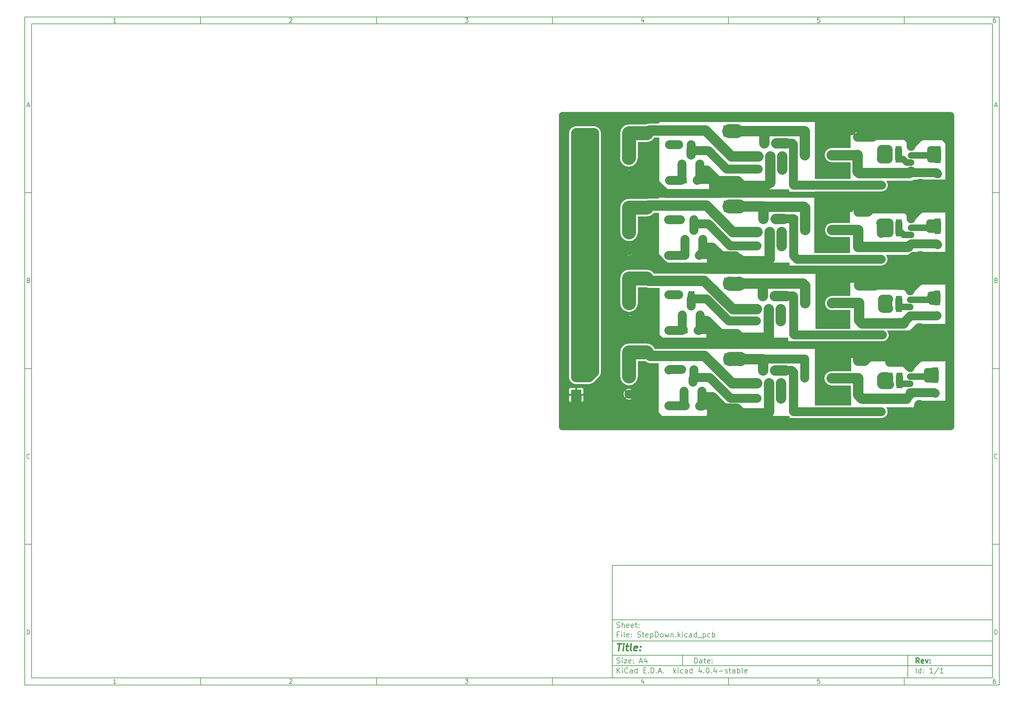
<source format=gbr>
G04 #@! TF.FileFunction,Copper,L2,Bot,Signal*
%FSLAX46Y46*%
G04 Gerber Fmt 4.6, Leading zero omitted, Abs format (unit mm)*
G04 Created by KiCad (PCBNEW 4.0.4-stable) date Fri Jul 14 18:39:46 2017*
%MOMM*%
%LPD*%
G01*
G04 APERTURE LIST*
%ADD10C,0.100000*%
%ADD11C,0.150000*%
%ADD12C,0.300000*%
%ADD13C,0.400000*%
%ADD14C,1.998980*%
%ADD15C,2.350000*%
%ADD16R,2.000000X2.000000*%
%ADD17C,2.000000*%
%ADD18C,1.501140*%
%ADD19C,2.999740*%
%ADD20O,1.500000X2.000000*%
%ADD21R,2.000000X1.500000*%
%ADD22O,2.000000X1.500000*%
%ADD23R,3.200000X3.200000*%
%ADD24O,3.200000X3.200000*%
%ADD25R,3.000000X3.000000*%
%ADD26C,3.000000*%
%ADD27C,1.500000*%
%ADD28R,1.700000X2.000000*%
%ADD29R,2.000000X1.700000*%
%ADD30R,1.800000X1.800000*%
%ADD31O,1.800000X1.800000*%
%ADD32R,1.600000X1.600000*%
%ADD33O,1.600000X1.600000*%
%ADD34C,2.500000*%
%ADD35C,3.000000*%
%ADD36C,2.000000*%
%ADD37C,4.000000*%
%ADD38C,1.500000*%
%ADD39C,1.900000*%
%ADD40C,1.830000*%
%ADD41C,1.820000*%
%ADD42C,1.400000*%
%ADD43C,1.100000*%
%ADD44C,1.700000*%
%ADD45C,1.840000*%
%ADD46C,0.254000*%
G04 APERTURE END LIST*
D10*
D11*
X177002200Y-166007200D02*
X177002200Y-198007200D01*
X285002200Y-198007200D01*
X285002200Y-166007200D01*
X177002200Y-166007200D01*
D10*
D11*
X10000000Y-10000000D02*
X10000000Y-200007200D01*
X287002200Y-200007200D01*
X287002200Y-10000000D01*
X10000000Y-10000000D01*
D10*
D11*
X12000000Y-12000000D02*
X12000000Y-198007200D01*
X285002200Y-198007200D01*
X285002200Y-12000000D01*
X12000000Y-12000000D01*
D10*
D11*
X60000000Y-12000000D02*
X60000000Y-10000000D01*
D10*
D11*
X110000000Y-12000000D02*
X110000000Y-10000000D01*
D10*
D11*
X160000000Y-12000000D02*
X160000000Y-10000000D01*
D10*
D11*
X210000000Y-12000000D02*
X210000000Y-10000000D01*
D10*
D11*
X260000000Y-12000000D02*
X260000000Y-10000000D01*
D10*
D11*
X35990476Y-11588095D02*
X35247619Y-11588095D01*
X35619048Y-11588095D02*
X35619048Y-10288095D01*
X35495238Y-10473810D01*
X35371429Y-10597619D01*
X35247619Y-10659524D01*
D10*
D11*
X85247619Y-10411905D02*
X85309524Y-10350000D01*
X85433333Y-10288095D01*
X85742857Y-10288095D01*
X85866667Y-10350000D01*
X85928571Y-10411905D01*
X85990476Y-10535714D01*
X85990476Y-10659524D01*
X85928571Y-10845238D01*
X85185714Y-11588095D01*
X85990476Y-11588095D01*
D10*
D11*
X135185714Y-10288095D02*
X135990476Y-10288095D01*
X135557143Y-10783333D01*
X135742857Y-10783333D01*
X135866667Y-10845238D01*
X135928571Y-10907143D01*
X135990476Y-11030952D01*
X135990476Y-11340476D01*
X135928571Y-11464286D01*
X135866667Y-11526190D01*
X135742857Y-11588095D01*
X135371429Y-11588095D01*
X135247619Y-11526190D01*
X135185714Y-11464286D01*
D10*
D11*
X185866667Y-10721429D02*
X185866667Y-11588095D01*
X185557143Y-10226190D02*
X185247619Y-11154762D01*
X186052381Y-11154762D01*
D10*
D11*
X235928571Y-10288095D02*
X235309524Y-10288095D01*
X235247619Y-10907143D01*
X235309524Y-10845238D01*
X235433333Y-10783333D01*
X235742857Y-10783333D01*
X235866667Y-10845238D01*
X235928571Y-10907143D01*
X235990476Y-11030952D01*
X235990476Y-11340476D01*
X235928571Y-11464286D01*
X235866667Y-11526190D01*
X235742857Y-11588095D01*
X235433333Y-11588095D01*
X235309524Y-11526190D01*
X235247619Y-11464286D01*
D10*
D11*
X285866667Y-10288095D02*
X285619048Y-10288095D01*
X285495238Y-10350000D01*
X285433333Y-10411905D01*
X285309524Y-10597619D01*
X285247619Y-10845238D01*
X285247619Y-11340476D01*
X285309524Y-11464286D01*
X285371429Y-11526190D01*
X285495238Y-11588095D01*
X285742857Y-11588095D01*
X285866667Y-11526190D01*
X285928571Y-11464286D01*
X285990476Y-11340476D01*
X285990476Y-11030952D01*
X285928571Y-10907143D01*
X285866667Y-10845238D01*
X285742857Y-10783333D01*
X285495238Y-10783333D01*
X285371429Y-10845238D01*
X285309524Y-10907143D01*
X285247619Y-11030952D01*
D10*
D11*
X60000000Y-198007200D02*
X60000000Y-200007200D01*
D10*
D11*
X110000000Y-198007200D02*
X110000000Y-200007200D01*
D10*
D11*
X160000000Y-198007200D02*
X160000000Y-200007200D01*
D10*
D11*
X210000000Y-198007200D02*
X210000000Y-200007200D01*
D10*
D11*
X260000000Y-198007200D02*
X260000000Y-200007200D01*
D10*
D11*
X35990476Y-199595295D02*
X35247619Y-199595295D01*
X35619048Y-199595295D02*
X35619048Y-198295295D01*
X35495238Y-198481010D01*
X35371429Y-198604819D01*
X35247619Y-198666724D01*
D10*
D11*
X85247619Y-198419105D02*
X85309524Y-198357200D01*
X85433333Y-198295295D01*
X85742857Y-198295295D01*
X85866667Y-198357200D01*
X85928571Y-198419105D01*
X85990476Y-198542914D01*
X85990476Y-198666724D01*
X85928571Y-198852438D01*
X85185714Y-199595295D01*
X85990476Y-199595295D01*
D10*
D11*
X135185714Y-198295295D02*
X135990476Y-198295295D01*
X135557143Y-198790533D01*
X135742857Y-198790533D01*
X135866667Y-198852438D01*
X135928571Y-198914343D01*
X135990476Y-199038152D01*
X135990476Y-199347676D01*
X135928571Y-199471486D01*
X135866667Y-199533390D01*
X135742857Y-199595295D01*
X135371429Y-199595295D01*
X135247619Y-199533390D01*
X135185714Y-199471486D01*
D10*
D11*
X185866667Y-198728629D02*
X185866667Y-199595295D01*
X185557143Y-198233390D02*
X185247619Y-199161962D01*
X186052381Y-199161962D01*
D10*
D11*
X235928571Y-198295295D02*
X235309524Y-198295295D01*
X235247619Y-198914343D01*
X235309524Y-198852438D01*
X235433333Y-198790533D01*
X235742857Y-198790533D01*
X235866667Y-198852438D01*
X235928571Y-198914343D01*
X235990476Y-199038152D01*
X235990476Y-199347676D01*
X235928571Y-199471486D01*
X235866667Y-199533390D01*
X235742857Y-199595295D01*
X235433333Y-199595295D01*
X235309524Y-199533390D01*
X235247619Y-199471486D01*
D10*
D11*
X285866667Y-198295295D02*
X285619048Y-198295295D01*
X285495238Y-198357200D01*
X285433333Y-198419105D01*
X285309524Y-198604819D01*
X285247619Y-198852438D01*
X285247619Y-199347676D01*
X285309524Y-199471486D01*
X285371429Y-199533390D01*
X285495238Y-199595295D01*
X285742857Y-199595295D01*
X285866667Y-199533390D01*
X285928571Y-199471486D01*
X285990476Y-199347676D01*
X285990476Y-199038152D01*
X285928571Y-198914343D01*
X285866667Y-198852438D01*
X285742857Y-198790533D01*
X285495238Y-198790533D01*
X285371429Y-198852438D01*
X285309524Y-198914343D01*
X285247619Y-199038152D01*
D10*
D11*
X10000000Y-60000000D02*
X12000000Y-60000000D01*
D10*
D11*
X10000000Y-110000000D02*
X12000000Y-110000000D01*
D10*
D11*
X10000000Y-160000000D02*
X12000000Y-160000000D01*
D10*
D11*
X10690476Y-35216667D02*
X11309524Y-35216667D01*
X10566667Y-35588095D02*
X11000000Y-34288095D01*
X11433333Y-35588095D01*
D10*
D11*
X11092857Y-84907143D02*
X11278571Y-84969048D01*
X11340476Y-85030952D01*
X11402381Y-85154762D01*
X11402381Y-85340476D01*
X11340476Y-85464286D01*
X11278571Y-85526190D01*
X11154762Y-85588095D01*
X10659524Y-85588095D01*
X10659524Y-84288095D01*
X11092857Y-84288095D01*
X11216667Y-84350000D01*
X11278571Y-84411905D01*
X11340476Y-84535714D01*
X11340476Y-84659524D01*
X11278571Y-84783333D01*
X11216667Y-84845238D01*
X11092857Y-84907143D01*
X10659524Y-84907143D01*
D10*
D11*
X11402381Y-135464286D02*
X11340476Y-135526190D01*
X11154762Y-135588095D01*
X11030952Y-135588095D01*
X10845238Y-135526190D01*
X10721429Y-135402381D01*
X10659524Y-135278571D01*
X10597619Y-135030952D01*
X10597619Y-134845238D01*
X10659524Y-134597619D01*
X10721429Y-134473810D01*
X10845238Y-134350000D01*
X11030952Y-134288095D01*
X11154762Y-134288095D01*
X11340476Y-134350000D01*
X11402381Y-134411905D01*
D10*
D11*
X10659524Y-185588095D02*
X10659524Y-184288095D01*
X10969048Y-184288095D01*
X11154762Y-184350000D01*
X11278571Y-184473810D01*
X11340476Y-184597619D01*
X11402381Y-184845238D01*
X11402381Y-185030952D01*
X11340476Y-185278571D01*
X11278571Y-185402381D01*
X11154762Y-185526190D01*
X10969048Y-185588095D01*
X10659524Y-185588095D01*
D10*
D11*
X287002200Y-60000000D02*
X285002200Y-60000000D01*
D10*
D11*
X287002200Y-110000000D02*
X285002200Y-110000000D01*
D10*
D11*
X287002200Y-160000000D02*
X285002200Y-160000000D01*
D10*
D11*
X285692676Y-35216667D02*
X286311724Y-35216667D01*
X285568867Y-35588095D02*
X286002200Y-34288095D01*
X286435533Y-35588095D01*
D10*
D11*
X286095057Y-84907143D02*
X286280771Y-84969048D01*
X286342676Y-85030952D01*
X286404581Y-85154762D01*
X286404581Y-85340476D01*
X286342676Y-85464286D01*
X286280771Y-85526190D01*
X286156962Y-85588095D01*
X285661724Y-85588095D01*
X285661724Y-84288095D01*
X286095057Y-84288095D01*
X286218867Y-84350000D01*
X286280771Y-84411905D01*
X286342676Y-84535714D01*
X286342676Y-84659524D01*
X286280771Y-84783333D01*
X286218867Y-84845238D01*
X286095057Y-84907143D01*
X285661724Y-84907143D01*
D10*
D11*
X286404581Y-135464286D02*
X286342676Y-135526190D01*
X286156962Y-135588095D01*
X286033152Y-135588095D01*
X285847438Y-135526190D01*
X285723629Y-135402381D01*
X285661724Y-135278571D01*
X285599819Y-135030952D01*
X285599819Y-134845238D01*
X285661724Y-134597619D01*
X285723629Y-134473810D01*
X285847438Y-134350000D01*
X286033152Y-134288095D01*
X286156962Y-134288095D01*
X286342676Y-134350000D01*
X286404581Y-134411905D01*
D10*
D11*
X285661724Y-185588095D02*
X285661724Y-184288095D01*
X285971248Y-184288095D01*
X286156962Y-184350000D01*
X286280771Y-184473810D01*
X286342676Y-184597619D01*
X286404581Y-184845238D01*
X286404581Y-185030952D01*
X286342676Y-185278571D01*
X286280771Y-185402381D01*
X286156962Y-185526190D01*
X285971248Y-185588095D01*
X285661724Y-185588095D01*
D10*
D11*
X200359343Y-193785771D02*
X200359343Y-192285771D01*
X200716486Y-192285771D01*
X200930771Y-192357200D01*
X201073629Y-192500057D01*
X201145057Y-192642914D01*
X201216486Y-192928629D01*
X201216486Y-193142914D01*
X201145057Y-193428629D01*
X201073629Y-193571486D01*
X200930771Y-193714343D01*
X200716486Y-193785771D01*
X200359343Y-193785771D01*
X202502200Y-193785771D02*
X202502200Y-193000057D01*
X202430771Y-192857200D01*
X202287914Y-192785771D01*
X202002200Y-192785771D01*
X201859343Y-192857200D01*
X202502200Y-193714343D02*
X202359343Y-193785771D01*
X202002200Y-193785771D01*
X201859343Y-193714343D01*
X201787914Y-193571486D01*
X201787914Y-193428629D01*
X201859343Y-193285771D01*
X202002200Y-193214343D01*
X202359343Y-193214343D01*
X202502200Y-193142914D01*
X203002200Y-192785771D02*
X203573629Y-192785771D01*
X203216486Y-192285771D02*
X203216486Y-193571486D01*
X203287914Y-193714343D01*
X203430772Y-193785771D01*
X203573629Y-193785771D01*
X204645057Y-193714343D02*
X204502200Y-193785771D01*
X204216486Y-193785771D01*
X204073629Y-193714343D01*
X204002200Y-193571486D01*
X204002200Y-193000057D01*
X204073629Y-192857200D01*
X204216486Y-192785771D01*
X204502200Y-192785771D01*
X204645057Y-192857200D01*
X204716486Y-193000057D01*
X204716486Y-193142914D01*
X204002200Y-193285771D01*
X205359343Y-193642914D02*
X205430771Y-193714343D01*
X205359343Y-193785771D01*
X205287914Y-193714343D01*
X205359343Y-193642914D01*
X205359343Y-193785771D01*
X205359343Y-192857200D02*
X205430771Y-192928629D01*
X205359343Y-193000057D01*
X205287914Y-192928629D01*
X205359343Y-192857200D01*
X205359343Y-193000057D01*
D10*
D11*
X177002200Y-194507200D02*
X285002200Y-194507200D01*
D10*
D11*
X178359343Y-196585771D02*
X178359343Y-195085771D01*
X179216486Y-196585771D02*
X178573629Y-195728629D01*
X179216486Y-195085771D02*
X178359343Y-195942914D01*
X179859343Y-196585771D02*
X179859343Y-195585771D01*
X179859343Y-195085771D02*
X179787914Y-195157200D01*
X179859343Y-195228629D01*
X179930771Y-195157200D01*
X179859343Y-195085771D01*
X179859343Y-195228629D01*
X181430772Y-196442914D02*
X181359343Y-196514343D01*
X181145057Y-196585771D01*
X181002200Y-196585771D01*
X180787915Y-196514343D01*
X180645057Y-196371486D01*
X180573629Y-196228629D01*
X180502200Y-195942914D01*
X180502200Y-195728629D01*
X180573629Y-195442914D01*
X180645057Y-195300057D01*
X180787915Y-195157200D01*
X181002200Y-195085771D01*
X181145057Y-195085771D01*
X181359343Y-195157200D01*
X181430772Y-195228629D01*
X182716486Y-196585771D02*
X182716486Y-195800057D01*
X182645057Y-195657200D01*
X182502200Y-195585771D01*
X182216486Y-195585771D01*
X182073629Y-195657200D01*
X182716486Y-196514343D02*
X182573629Y-196585771D01*
X182216486Y-196585771D01*
X182073629Y-196514343D01*
X182002200Y-196371486D01*
X182002200Y-196228629D01*
X182073629Y-196085771D01*
X182216486Y-196014343D01*
X182573629Y-196014343D01*
X182716486Y-195942914D01*
X184073629Y-196585771D02*
X184073629Y-195085771D01*
X184073629Y-196514343D02*
X183930772Y-196585771D01*
X183645058Y-196585771D01*
X183502200Y-196514343D01*
X183430772Y-196442914D01*
X183359343Y-196300057D01*
X183359343Y-195871486D01*
X183430772Y-195728629D01*
X183502200Y-195657200D01*
X183645058Y-195585771D01*
X183930772Y-195585771D01*
X184073629Y-195657200D01*
X185930772Y-195800057D02*
X186430772Y-195800057D01*
X186645058Y-196585771D02*
X185930772Y-196585771D01*
X185930772Y-195085771D01*
X186645058Y-195085771D01*
X187287915Y-196442914D02*
X187359343Y-196514343D01*
X187287915Y-196585771D01*
X187216486Y-196514343D01*
X187287915Y-196442914D01*
X187287915Y-196585771D01*
X188002201Y-196585771D02*
X188002201Y-195085771D01*
X188359344Y-195085771D01*
X188573629Y-195157200D01*
X188716487Y-195300057D01*
X188787915Y-195442914D01*
X188859344Y-195728629D01*
X188859344Y-195942914D01*
X188787915Y-196228629D01*
X188716487Y-196371486D01*
X188573629Y-196514343D01*
X188359344Y-196585771D01*
X188002201Y-196585771D01*
X189502201Y-196442914D02*
X189573629Y-196514343D01*
X189502201Y-196585771D01*
X189430772Y-196514343D01*
X189502201Y-196442914D01*
X189502201Y-196585771D01*
X190145058Y-196157200D02*
X190859344Y-196157200D01*
X190002201Y-196585771D02*
X190502201Y-195085771D01*
X191002201Y-196585771D01*
X191502201Y-196442914D02*
X191573629Y-196514343D01*
X191502201Y-196585771D01*
X191430772Y-196514343D01*
X191502201Y-196442914D01*
X191502201Y-196585771D01*
X194502201Y-196585771D02*
X194502201Y-195085771D01*
X194645058Y-196014343D02*
X195073629Y-196585771D01*
X195073629Y-195585771D02*
X194502201Y-196157200D01*
X195716487Y-196585771D02*
X195716487Y-195585771D01*
X195716487Y-195085771D02*
X195645058Y-195157200D01*
X195716487Y-195228629D01*
X195787915Y-195157200D01*
X195716487Y-195085771D01*
X195716487Y-195228629D01*
X197073630Y-196514343D02*
X196930773Y-196585771D01*
X196645059Y-196585771D01*
X196502201Y-196514343D01*
X196430773Y-196442914D01*
X196359344Y-196300057D01*
X196359344Y-195871486D01*
X196430773Y-195728629D01*
X196502201Y-195657200D01*
X196645059Y-195585771D01*
X196930773Y-195585771D01*
X197073630Y-195657200D01*
X198359344Y-196585771D02*
X198359344Y-195800057D01*
X198287915Y-195657200D01*
X198145058Y-195585771D01*
X197859344Y-195585771D01*
X197716487Y-195657200D01*
X198359344Y-196514343D02*
X198216487Y-196585771D01*
X197859344Y-196585771D01*
X197716487Y-196514343D01*
X197645058Y-196371486D01*
X197645058Y-196228629D01*
X197716487Y-196085771D01*
X197859344Y-196014343D01*
X198216487Y-196014343D01*
X198359344Y-195942914D01*
X199716487Y-196585771D02*
X199716487Y-195085771D01*
X199716487Y-196514343D02*
X199573630Y-196585771D01*
X199287916Y-196585771D01*
X199145058Y-196514343D01*
X199073630Y-196442914D01*
X199002201Y-196300057D01*
X199002201Y-195871486D01*
X199073630Y-195728629D01*
X199145058Y-195657200D01*
X199287916Y-195585771D01*
X199573630Y-195585771D01*
X199716487Y-195657200D01*
X202216487Y-195585771D02*
X202216487Y-196585771D01*
X201859344Y-195014343D02*
X201502201Y-196085771D01*
X202430773Y-196085771D01*
X203002201Y-196442914D02*
X203073629Y-196514343D01*
X203002201Y-196585771D01*
X202930772Y-196514343D01*
X203002201Y-196442914D01*
X203002201Y-196585771D01*
X204002201Y-195085771D02*
X204145058Y-195085771D01*
X204287915Y-195157200D01*
X204359344Y-195228629D01*
X204430773Y-195371486D01*
X204502201Y-195657200D01*
X204502201Y-196014343D01*
X204430773Y-196300057D01*
X204359344Y-196442914D01*
X204287915Y-196514343D01*
X204145058Y-196585771D01*
X204002201Y-196585771D01*
X203859344Y-196514343D01*
X203787915Y-196442914D01*
X203716487Y-196300057D01*
X203645058Y-196014343D01*
X203645058Y-195657200D01*
X203716487Y-195371486D01*
X203787915Y-195228629D01*
X203859344Y-195157200D01*
X204002201Y-195085771D01*
X205145058Y-196442914D02*
X205216486Y-196514343D01*
X205145058Y-196585771D01*
X205073629Y-196514343D01*
X205145058Y-196442914D01*
X205145058Y-196585771D01*
X206502201Y-195585771D02*
X206502201Y-196585771D01*
X206145058Y-195014343D02*
X205787915Y-196085771D01*
X206716487Y-196085771D01*
X207287915Y-196014343D02*
X208430772Y-196014343D01*
X209073629Y-196514343D02*
X209216486Y-196585771D01*
X209502201Y-196585771D01*
X209645058Y-196514343D01*
X209716486Y-196371486D01*
X209716486Y-196300057D01*
X209645058Y-196157200D01*
X209502201Y-196085771D01*
X209287915Y-196085771D01*
X209145058Y-196014343D01*
X209073629Y-195871486D01*
X209073629Y-195800057D01*
X209145058Y-195657200D01*
X209287915Y-195585771D01*
X209502201Y-195585771D01*
X209645058Y-195657200D01*
X210145058Y-195585771D02*
X210716487Y-195585771D01*
X210359344Y-195085771D02*
X210359344Y-196371486D01*
X210430772Y-196514343D01*
X210573630Y-196585771D01*
X210716487Y-196585771D01*
X211859344Y-196585771D02*
X211859344Y-195800057D01*
X211787915Y-195657200D01*
X211645058Y-195585771D01*
X211359344Y-195585771D01*
X211216487Y-195657200D01*
X211859344Y-196514343D02*
X211716487Y-196585771D01*
X211359344Y-196585771D01*
X211216487Y-196514343D01*
X211145058Y-196371486D01*
X211145058Y-196228629D01*
X211216487Y-196085771D01*
X211359344Y-196014343D01*
X211716487Y-196014343D01*
X211859344Y-195942914D01*
X212573630Y-196585771D02*
X212573630Y-195085771D01*
X212573630Y-195657200D02*
X212716487Y-195585771D01*
X213002201Y-195585771D01*
X213145058Y-195657200D01*
X213216487Y-195728629D01*
X213287916Y-195871486D01*
X213287916Y-196300057D01*
X213216487Y-196442914D01*
X213145058Y-196514343D01*
X213002201Y-196585771D01*
X212716487Y-196585771D01*
X212573630Y-196514343D01*
X214145059Y-196585771D02*
X214002201Y-196514343D01*
X213930773Y-196371486D01*
X213930773Y-195085771D01*
X215287915Y-196514343D02*
X215145058Y-196585771D01*
X214859344Y-196585771D01*
X214716487Y-196514343D01*
X214645058Y-196371486D01*
X214645058Y-195800057D01*
X214716487Y-195657200D01*
X214859344Y-195585771D01*
X215145058Y-195585771D01*
X215287915Y-195657200D01*
X215359344Y-195800057D01*
X215359344Y-195942914D01*
X214645058Y-196085771D01*
D10*
D11*
X177002200Y-191507200D02*
X285002200Y-191507200D01*
D10*
D12*
X264216486Y-193785771D02*
X263716486Y-193071486D01*
X263359343Y-193785771D02*
X263359343Y-192285771D01*
X263930771Y-192285771D01*
X264073629Y-192357200D01*
X264145057Y-192428629D01*
X264216486Y-192571486D01*
X264216486Y-192785771D01*
X264145057Y-192928629D01*
X264073629Y-193000057D01*
X263930771Y-193071486D01*
X263359343Y-193071486D01*
X265430771Y-193714343D02*
X265287914Y-193785771D01*
X265002200Y-193785771D01*
X264859343Y-193714343D01*
X264787914Y-193571486D01*
X264787914Y-193000057D01*
X264859343Y-192857200D01*
X265002200Y-192785771D01*
X265287914Y-192785771D01*
X265430771Y-192857200D01*
X265502200Y-193000057D01*
X265502200Y-193142914D01*
X264787914Y-193285771D01*
X266002200Y-192785771D02*
X266359343Y-193785771D01*
X266716485Y-192785771D01*
X267287914Y-193642914D02*
X267359342Y-193714343D01*
X267287914Y-193785771D01*
X267216485Y-193714343D01*
X267287914Y-193642914D01*
X267287914Y-193785771D01*
X267287914Y-192857200D02*
X267359342Y-192928629D01*
X267287914Y-193000057D01*
X267216485Y-192928629D01*
X267287914Y-192857200D01*
X267287914Y-193000057D01*
D10*
D11*
X178287914Y-193714343D02*
X178502200Y-193785771D01*
X178859343Y-193785771D01*
X179002200Y-193714343D01*
X179073629Y-193642914D01*
X179145057Y-193500057D01*
X179145057Y-193357200D01*
X179073629Y-193214343D01*
X179002200Y-193142914D01*
X178859343Y-193071486D01*
X178573629Y-193000057D01*
X178430771Y-192928629D01*
X178359343Y-192857200D01*
X178287914Y-192714343D01*
X178287914Y-192571486D01*
X178359343Y-192428629D01*
X178430771Y-192357200D01*
X178573629Y-192285771D01*
X178930771Y-192285771D01*
X179145057Y-192357200D01*
X179787914Y-193785771D02*
X179787914Y-192785771D01*
X179787914Y-192285771D02*
X179716485Y-192357200D01*
X179787914Y-192428629D01*
X179859342Y-192357200D01*
X179787914Y-192285771D01*
X179787914Y-192428629D01*
X180359343Y-192785771D02*
X181145057Y-192785771D01*
X180359343Y-193785771D01*
X181145057Y-193785771D01*
X182287914Y-193714343D02*
X182145057Y-193785771D01*
X181859343Y-193785771D01*
X181716486Y-193714343D01*
X181645057Y-193571486D01*
X181645057Y-193000057D01*
X181716486Y-192857200D01*
X181859343Y-192785771D01*
X182145057Y-192785771D01*
X182287914Y-192857200D01*
X182359343Y-193000057D01*
X182359343Y-193142914D01*
X181645057Y-193285771D01*
X183002200Y-193642914D02*
X183073628Y-193714343D01*
X183002200Y-193785771D01*
X182930771Y-193714343D01*
X183002200Y-193642914D01*
X183002200Y-193785771D01*
X183002200Y-192857200D02*
X183073628Y-192928629D01*
X183002200Y-193000057D01*
X182930771Y-192928629D01*
X183002200Y-192857200D01*
X183002200Y-193000057D01*
X184787914Y-193357200D02*
X185502200Y-193357200D01*
X184645057Y-193785771D02*
X185145057Y-192285771D01*
X185645057Y-193785771D01*
X186787914Y-192785771D02*
X186787914Y-193785771D01*
X186430771Y-192214343D02*
X186073628Y-193285771D01*
X187002200Y-193285771D01*
D10*
D11*
X263359343Y-196585771D02*
X263359343Y-195085771D01*
X264716486Y-196585771D02*
X264716486Y-195085771D01*
X264716486Y-196514343D02*
X264573629Y-196585771D01*
X264287915Y-196585771D01*
X264145057Y-196514343D01*
X264073629Y-196442914D01*
X264002200Y-196300057D01*
X264002200Y-195871486D01*
X264073629Y-195728629D01*
X264145057Y-195657200D01*
X264287915Y-195585771D01*
X264573629Y-195585771D01*
X264716486Y-195657200D01*
X265430772Y-196442914D02*
X265502200Y-196514343D01*
X265430772Y-196585771D01*
X265359343Y-196514343D01*
X265430772Y-196442914D01*
X265430772Y-196585771D01*
X265430772Y-195657200D02*
X265502200Y-195728629D01*
X265430772Y-195800057D01*
X265359343Y-195728629D01*
X265430772Y-195657200D01*
X265430772Y-195800057D01*
X268073629Y-196585771D02*
X267216486Y-196585771D01*
X267645058Y-196585771D02*
X267645058Y-195085771D01*
X267502201Y-195300057D01*
X267359343Y-195442914D01*
X267216486Y-195514343D01*
X269787914Y-195014343D02*
X268502200Y-196942914D01*
X271073629Y-196585771D02*
X270216486Y-196585771D01*
X270645058Y-196585771D02*
X270645058Y-195085771D01*
X270502201Y-195300057D01*
X270359343Y-195442914D01*
X270216486Y-195514343D01*
D10*
D11*
X177002200Y-187507200D02*
X285002200Y-187507200D01*
D10*
D13*
X178454581Y-188211962D02*
X179597438Y-188211962D01*
X178776010Y-190211962D02*
X179026010Y-188211962D01*
X180014105Y-190211962D02*
X180180771Y-188878629D01*
X180264105Y-188211962D02*
X180156962Y-188307200D01*
X180240295Y-188402438D01*
X180347439Y-188307200D01*
X180264105Y-188211962D01*
X180240295Y-188402438D01*
X180847438Y-188878629D02*
X181609343Y-188878629D01*
X181216486Y-188211962D02*
X181002200Y-189926248D01*
X181073630Y-190116724D01*
X181252201Y-190211962D01*
X181442677Y-190211962D01*
X182395058Y-190211962D02*
X182216487Y-190116724D01*
X182145057Y-189926248D01*
X182359343Y-188211962D01*
X183930772Y-190116724D02*
X183728391Y-190211962D01*
X183347439Y-190211962D01*
X183168867Y-190116724D01*
X183097438Y-189926248D01*
X183192676Y-189164343D01*
X183311724Y-188973867D01*
X183514105Y-188878629D01*
X183895057Y-188878629D01*
X184073629Y-188973867D01*
X184145057Y-189164343D01*
X184121248Y-189354819D01*
X183145057Y-189545295D01*
X184895057Y-190021486D02*
X184978392Y-190116724D01*
X184871248Y-190211962D01*
X184787915Y-190116724D01*
X184895057Y-190021486D01*
X184871248Y-190211962D01*
X185026010Y-188973867D02*
X185109344Y-189069105D01*
X185002200Y-189164343D01*
X184918867Y-189069105D01*
X185026010Y-188973867D01*
X185002200Y-189164343D01*
D10*
D11*
X178859343Y-185600057D02*
X178359343Y-185600057D01*
X178359343Y-186385771D02*
X178359343Y-184885771D01*
X179073629Y-184885771D01*
X179645057Y-186385771D02*
X179645057Y-185385771D01*
X179645057Y-184885771D02*
X179573628Y-184957200D01*
X179645057Y-185028629D01*
X179716485Y-184957200D01*
X179645057Y-184885771D01*
X179645057Y-185028629D01*
X180573629Y-186385771D02*
X180430771Y-186314343D01*
X180359343Y-186171486D01*
X180359343Y-184885771D01*
X181716485Y-186314343D02*
X181573628Y-186385771D01*
X181287914Y-186385771D01*
X181145057Y-186314343D01*
X181073628Y-186171486D01*
X181073628Y-185600057D01*
X181145057Y-185457200D01*
X181287914Y-185385771D01*
X181573628Y-185385771D01*
X181716485Y-185457200D01*
X181787914Y-185600057D01*
X181787914Y-185742914D01*
X181073628Y-185885771D01*
X182430771Y-186242914D02*
X182502199Y-186314343D01*
X182430771Y-186385771D01*
X182359342Y-186314343D01*
X182430771Y-186242914D01*
X182430771Y-186385771D01*
X182430771Y-185457200D02*
X182502199Y-185528629D01*
X182430771Y-185600057D01*
X182359342Y-185528629D01*
X182430771Y-185457200D01*
X182430771Y-185600057D01*
X184216485Y-186314343D02*
X184430771Y-186385771D01*
X184787914Y-186385771D01*
X184930771Y-186314343D01*
X185002200Y-186242914D01*
X185073628Y-186100057D01*
X185073628Y-185957200D01*
X185002200Y-185814343D01*
X184930771Y-185742914D01*
X184787914Y-185671486D01*
X184502200Y-185600057D01*
X184359342Y-185528629D01*
X184287914Y-185457200D01*
X184216485Y-185314343D01*
X184216485Y-185171486D01*
X184287914Y-185028629D01*
X184359342Y-184957200D01*
X184502200Y-184885771D01*
X184859342Y-184885771D01*
X185073628Y-184957200D01*
X185502199Y-185385771D02*
X186073628Y-185385771D01*
X185716485Y-184885771D02*
X185716485Y-186171486D01*
X185787913Y-186314343D01*
X185930771Y-186385771D01*
X186073628Y-186385771D01*
X187145056Y-186314343D02*
X187002199Y-186385771D01*
X186716485Y-186385771D01*
X186573628Y-186314343D01*
X186502199Y-186171486D01*
X186502199Y-185600057D01*
X186573628Y-185457200D01*
X186716485Y-185385771D01*
X187002199Y-185385771D01*
X187145056Y-185457200D01*
X187216485Y-185600057D01*
X187216485Y-185742914D01*
X186502199Y-185885771D01*
X187859342Y-185385771D02*
X187859342Y-186885771D01*
X187859342Y-185457200D02*
X188002199Y-185385771D01*
X188287913Y-185385771D01*
X188430770Y-185457200D01*
X188502199Y-185528629D01*
X188573628Y-185671486D01*
X188573628Y-186100057D01*
X188502199Y-186242914D01*
X188430770Y-186314343D01*
X188287913Y-186385771D01*
X188002199Y-186385771D01*
X187859342Y-186314343D01*
X189216485Y-186385771D02*
X189216485Y-184885771D01*
X189573628Y-184885771D01*
X189787913Y-184957200D01*
X189930771Y-185100057D01*
X190002199Y-185242914D01*
X190073628Y-185528629D01*
X190073628Y-185742914D01*
X190002199Y-186028629D01*
X189930771Y-186171486D01*
X189787913Y-186314343D01*
X189573628Y-186385771D01*
X189216485Y-186385771D01*
X190930771Y-186385771D02*
X190787913Y-186314343D01*
X190716485Y-186242914D01*
X190645056Y-186100057D01*
X190645056Y-185671486D01*
X190716485Y-185528629D01*
X190787913Y-185457200D01*
X190930771Y-185385771D01*
X191145056Y-185385771D01*
X191287913Y-185457200D01*
X191359342Y-185528629D01*
X191430771Y-185671486D01*
X191430771Y-186100057D01*
X191359342Y-186242914D01*
X191287913Y-186314343D01*
X191145056Y-186385771D01*
X190930771Y-186385771D01*
X191930771Y-185385771D02*
X192216485Y-186385771D01*
X192502199Y-185671486D01*
X192787914Y-186385771D01*
X193073628Y-185385771D01*
X193645057Y-185385771D02*
X193645057Y-186385771D01*
X193645057Y-185528629D02*
X193716485Y-185457200D01*
X193859343Y-185385771D01*
X194073628Y-185385771D01*
X194216485Y-185457200D01*
X194287914Y-185600057D01*
X194287914Y-186385771D01*
X195002200Y-186242914D02*
X195073628Y-186314343D01*
X195002200Y-186385771D01*
X194930771Y-186314343D01*
X195002200Y-186242914D01*
X195002200Y-186385771D01*
X195716486Y-186385771D02*
X195716486Y-184885771D01*
X195859343Y-185814343D02*
X196287914Y-186385771D01*
X196287914Y-185385771D02*
X195716486Y-185957200D01*
X196930772Y-186385771D02*
X196930772Y-185385771D01*
X196930772Y-184885771D02*
X196859343Y-184957200D01*
X196930772Y-185028629D01*
X197002200Y-184957200D01*
X196930772Y-184885771D01*
X196930772Y-185028629D01*
X198287915Y-186314343D02*
X198145058Y-186385771D01*
X197859344Y-186385771D01*
X197716486Y-186314343D01*
X197645058Y-186242914D01*
X197573629Y-186100057D01*
X197573629Y-185671486D01*
X197645058Y-185528629D01*
X197716486Y-185457200D01*
X197859344Y-185385771D01*
X198145058Y-185385771D01*
X198287915Y-185457200D01*
X199573629Y-186385771D02*
X199573629Y-185600057D01*
X199502200Y-185457200D01*
X199359343Y-185385771D01*
X199073629Y-185385771D01*
X198930772Y-185457200D01*
X199573629Y-186314343D02*
X199430772Y-186385771D01*
X199073629Y-186385771D01*
X198930772Y-186314343D01*
X198859343Y-186171486D01*
X198859343Y-186028629D01*
X198930772Y-185885771D01*
X199073629Y-185814343D01*
X199430772Y-185814343D01*
X199573629Y-185742914D01*
X200930772Y-186385771D02*
X200930772Y-184885771D01*
X200930772Y-186314343D02*
X200787915Y-186385771D01*
X200502201Y-186385771D01*
X200359343Y-186314343D01*
X200287915Y-186242914D01*
X200216486Y-186100057D01*
X200216486Y-185671486D01*
X200287915Y-185528629D01*
X200359343Y-185457200D01*
X200502201Y-185385771D01*
X200787915Y-185385771D01*
X200930772Y-185457200D01*
X201287915Y-186528629D02*
X202430772Y-186528629D01*
X202787915Y-185385771D02*
X202787915Y-186885771D01*
X202787915Y-185457200D02*
X202930772Y-185385771D01*
X203216486Y-185385771D01*
X203359343Y-185457200D01*
X203430772Y-185528629D01*
X203502201Y-185671486D01*
X203502201Y-186100057D01*
X203430772Y-186242914D01*
X203359343Y-186314343D01*
X203216486Y-186385771D01*
X202930772Y-186385771D01*
X202787915Y-186314343D01*
X204787915Y-186314343D02*
X204645058Y-186385771D01*
X204359344Y-186385771D01*
X204216486Y-186314343D01*
X204145058Y-186242914D01*
X204073629Y-186100057D01*
X204073629Y-185671486D01*
X204145058Y-185528629D01*
X204216486Y-185457200D01*
X204359344Y-185385771D01*
X204645058Y-185385771D01*
X204787915Y-185457200D01*
X205430772Y-186385771D02*
X205430772Y-184885771D01*
X205430772Y-185457200D02*
X205573629Y-185385771D01*
X205859343Y-185385771D01*
X206002200Y-185457200D01*
X206073629Y-185528629D01*
X206145058Y-185671486D01*
X206145058Y-186100057D01*
X206073629Y-186242914D01*
X206002200Y-186314343D01*
X205859343Y-186385771D01*
X205573629Y-186385771D01*
X205430772Y-186314343D01*
D10*
D11*
X177002200Y-181507200D02*
X285002200Y-181507200D01*
D10*
D11*
X178287914Y-183614343D02*
X178502200Y-183685771D01*
X178859343Y-183685771D01*
X179002200Y-183614343D01*
X179073629Y-183542914D01*
X179145057Y-183400057D01*
X179145057Y-183257200D01*
X179073629Y-183114343D01*
X179002200Y-183042914D01*
X178859343Y-182971486D01*
X178573629Y-182900057D01*
X178430771Y-182828629D01*
X178359343Y-182757200D01*
X178287914Y-182614343D01*
X178287914Y-182471486D01*
X178359343Y-182328629D01*
X178430771Y-182257200D01*
X178573629Y-182185771D01*
X178930771Y-182185771D01*
X179145057Y-182257200D01*
X179787914Y-183685771D02*
X179787914Y-182185771D01*
X180430771Y-183685771D02*
X180430771Y-182900057D01*
X180359342Y-182757200D01*
X180216485Y-182685771D01*
X180002200Y-182685771D01*
X179859342Y-182757200D01*
X179787914Y-182828629D01*
X181716485Y-183614343D02*
X181573628Y-183685771D01*
X181287914Y-183685771D01*
X181145057Y-183614343D01*
X181073628Y-183471486D01*
X181073628Y-182900057D01*
X181145057Y-182757200D01*
X181287914Y-182685771D01*
X181573628Y-182685771D01*
X181716485Y-182757200D01*
X181787914Y-182900057D01*
X181787914Y-183042914D01*
X181073628Y-183185771D01*
X183002199Y-183614343D02*
X182859342Y-183685771D01*
X182573628Y-183685771D01*
X182430771Y-183614343D01*
X182359342Y-183471486D01*
X182359342Y-182900057D01*
X182430771Y-182757200D01*
X182573628Y-182685771D01*
X182859342Y-182685771D01*
X183002199Y-182757200D01*
X183073628Y-182900057D01*
X183073628Y-183042914D01*
X182359342Y-183185771D01*
X183502199Y-182685771D02*
X184073628Y-182685771D01*
X183716485Y-182185771D02*
X183716485Y-183471486D01*
X183787913Y-183614343D01*
X183930771Y-183685771D01*
X184073628Y-183685771D01*
X184573628Y-183542914D02*
X184645056Y-183614343D01*
X184573628Y-183685771D01*
X184502199Y-183614343D01*
X184573628Y-183542914D01*
X184573628Y-183685771D01*
X184573628Y-182757200D02*
X184645056Y-182828629D01*
X184573628Y-182900057D01*
X184502199Y-182828629D01*
X184573628Y-182757200D01*
X184573628Y-182900057D01*
D10*
D11*
X197002200Y-191507200D02*
X197002200Y-194507200D01*
D10*
D11*
X261002200Y-191507200D02*
X261002200Y-198007200D01*
D14*
X231750000Y-91370000D03*
X239370000Y-91370000D03*
D15*
X181700000Y-84350000D03*
X186700000Y-84350000D03*
X171700000Y-84350000D03*
X166700000Y-84350000D03*
D16*
X246700000Y-49250000D03*
D17*
X246700000Y-44250000D03*
D14*
X231700000Y-49270000D03*
X239320000Y-49270000D03*
X231750000Y-70570000D03*
X239370000Y-70570000D03*
D18*
X261897880Y-67437140D03*
X261897880Y-69977140D03*
X261897880Y-72009140D03*
X261897880Y-74549140D03*
D19*
X264564880Y-64389140D03*
X264564880Y-78105140D03*
D18*
X261874880Y-46813140D03*
X261874880Y-49353140D03*
X261874880Y-51385140D03*
X261874880Y-53925140D03*
D19*
X264541880Y-43765140D03*
X264541880Y-57481140D03*
D20*
X200210000Y-70710000D03*
D21*
X202750000Y-73250000D03*
D22*
X197670000Y-73250000D03*
D20*
X199360000Y-49310000D03*
D21*
X201900000Y-51850000D03*
D22*
X196820000Y-51850000D03*
D23*
X210250000Y-63900000D03*
D24*
X210250000Y-79140000D03*
D23*
X210150000Y-42450000D03*
D24*
X210150000Y-57690000D03*
D25*
X166700000Y-117450000D03*
D26*
X166700000Y-112370000D03*
D23*
X210350000Y-85800000D03*
D24*
X210350000Y-101040000D03*
D23*
X210400000Y-107300000D03*
D24*
X210400000Y-122540000D03*
D14*
X231650000Y-112720000D03*
X239270000Y-112720000D03*
D27*
X261620000Y-87886000D03*
X261620000Y-90426000D03*
X261620000Y-92456000D03*
X261620000Y-94996000D03*
D26*
X264290000Y-84836000D03*
X264290000Y-98556000D03*
D27*
X261620000Y-109730000D03*
X261620000Y-112270000D03*
X261620000Y-114300000D03*
X261620000Y-116840000D03*
D26*
X264290000Y-106680000D03*
X264290000Y-120400000D03*
D20*
X199460000Y-92226000D03*
D21*
X202000000Y-94766000D03*
D22*
X196920000Y-94766000D03*
D20*
X199960000Y-113912800D03*
D21*
X202500000Y-116452800D03*
D22*
X197420000Y-116452800D03*
D28*
X195900000Y-85000000D03*
X195900000Y-89000000D03*
D29*
X197358400Y-99134800D03*
X201358400Y-99134800D03*
D28*
X196700000Y-106350000D03*
X196700000Y-110350000D03*
D29*
X197756800Y-120669200D03*
X201756800Y-120669200D03*
D28*
X199510800Y-84993600D03*
X199510800Y-88993600D03*
X200163200Y-106375600D03*
X200163200Y-110375600D03*
X255524000Y-96869000D03*
X255524000Y-92869000D03*
X255524000Y-90265000D03*
X255524000Y-86265000D03*
X255841500Y-118586000D03*
X255841500Y-114586000D03*
X255841500Y-112236000D03*
X255841500Y-108236000D03*
X258400000Y-75400000D03*
X258400000Y-71400000D03*
X269400000Y-74750000D03*
X269400000Y-70750000D03*
X255600000Y-75400000D03*
X255600000Y-71400000D03*
X258445000Y-96869000D03*
X258445000Y-92869000D03*
X258445000Y-90392000D03*
X258445000Y-86392000D03*
X258572000Y-118586000D03*
X258572000Y-114586000D03*
X258572000Y-112236000D03*
X258572000Y-108236000D03*
X269240000Y-94964000D03*
X269240000Y-90964000D03*
X269240000Y-88868000D03*
X269240000Y-84868000D03*
X268732000Y-117062000D03*
X268732000Y-113062000D03*
X258400000Y-68600000D03*
X258400000Y-64600000D03*
X269400000Y-68350000D03*
X269400000Y-64350000D03*
X255600000Y-68600000D03*
X255600000Y-64600000D03*
X196350000Y-63650000D03*
X196350000Y-67650000D03*
X200150000Y-63650000D03*
X200150000Y-67650000D03*
X268732000Y-110712000D03*
X268732000Y-106712000D03*
D29*
X197750000Y-77850000D03*
X201750000Y-77850000D03*
D28*
X258350000Y-54400000D03*
X258350000Y-50400000D03*
X269400000Y-54600000D03*
X269400000Y-50600000D03*
X255400000Y-54400000D03*
X255400000Y-50400000D03*
X258350000Y-47750000D03*
X258350000Y-43750000D03*
X269400000Y-47800000D03*
X269400000Y-43800000D03*
X255400000Y-47700000D03*
X255400000Y-43700000D03*
X195850000Y-42300000D03*
X195850000Y-46300000D03*
X199400000Y-42300000D03*
X199400000Y-46300000D03*
D29*
X197100000Y-56500000D03*
X201100000Y-56500000D03*
D16*
X181700000Y-71250000D03*
D17*
X181700000Y-76250000D03*
D16*
X246800000Y-70550000D03*
D17*
X246800000Y-65550000D03*
D16*
X181650000Y-50050000D03*
D17*
X181650000Y-55050000D03*
D16*
X181700000Y-91350000D03*
D17*
X181700000Y-96350000D03*
D16*
X181700000Y-112250000D03*
D17*
X181700000Y-117250000D03*
D16*
X247050000Y-91300000D03*
D17*
X247050000Y-86300000D03*
D16*
X246800000Y-112750000D03*
D17*
X246800000Y-107750000D03*
D30*
X218250000Y-71150000D03*
D31*
X219950000Y-67450000D03*
X221650000Y-71150000D03*
X223350000Y-67450000D03*
X225050000Y-71150000D03*
D32*
X193110000Y-88974800D03*
D33*
X193110000Y-99134800D03*
D32*
X193102000Y-110458400D03*
D33*
X193102000Y-120618400D03*
D30*
X218050000Y-93050000D03*
D31*
X219750000Y-89350000D03*
X221450000Y-93050000D03*
X223150000Y-89350000D03*
X224850000Y-93050000D03*
D30*
X218100000Y-114200000D03*
D31*
X219800000Y-110500000D03*
X221500000Y-114200000D03*
X223200000Y-110500000D03*
X224900000Y-114200000D03*
D32*
X192950000Y-67650000D03*
D33*
X192950000Y-77810000D03*
D30*
X218450000Y-49650000D03*
D31*
X220150000Y-45950000D03*
X221850000Y-49650000D03*
X223550000Y-45950000D03*
X225250000Y-49650000D03*
D32*
X193200000Y-46300000D03*
D33*
X193200000Y-56460000D03*
D15*
X181700000Y-43050000D03*
X186700000Y-43050000D03*
X171700000Y-43050000D03*
X166700000Y-43050000D03*
X181700000Y-64200000D03*
X186700000Y-64200000D03*
X171700000Y-64200000D03*
X166700000Y-64200000D03*
X181700000Y-105350000D03*
X186700000Y-105350000D03*
X171700000Y-105350000D03*
X166700000Y-105350000D03*
D27*
X225050000Y-75100000D03*
X218100000Y-75100000D03*
X253400000Y-71300000D03*
X253400000Y-78900000D03*
X225200000Y-53400000D03*
X218500000Y-53250000D03*
X253510000Y-57830000D03*
X253500000Y-50200000D03*
X224850000Y-96500000D03*
X217950000Y-96450000D03*
X218150000Y-118500000D03*
X224900000Y-118500000D03*
X253850000Y-91900000D03*
X253750000Y-100450000D03*
X253550000Y-114100000D03*
X253450000Y-122250000D03*
D34*
X269400000Y-74750000D02*
X269199140Y-74549140D01*
X269199140Y-74549140D02*
X261897880Y-74549140D01*
D35*
X258400000Y-75400000D02*
X261047020Y-75400000D01*
D34*
X261047020Y-75400000D02*
X261897880Y-74549140D01*
D35*
X258400000Y-75400000D02*
X255600000Y-75400000D01*
X255600000Y-75400000D02*
X246800000Y-75400000D01*
X246800000Y-75400000D02*
X246800000Y-70550000D01*
X239370000Y-70570000D02*
X246780000Y-70570000D01*
D34*
X246780000Y-70570000D02*
X246800000Y-70550000D01*
X269400000Y-54600000D02*
X269090000Y-54290000D01*
X269090000Y-54290000D02*
X262414738Y-54290000D01*
X262414738Y-54290000D02*
X261874880Y-53750142D01*
X261874880Y-53750142D02*
X261874880Y-53925140D01*
D35*
X258350000Y-54400000D02*
X261400020Y-54400000D01*
D34*
X261400020Y-54400000D02*
X261874880Y-53925140D01*
D35*
X258350000Y-54400000D02*
X255400000Y-54400000D01*
X255400000Y-54400000D02*
X249400000Y-54400000D01*
X246700000Y-54000000D02*
X246700000Y-49250000D01*
X247100000Y-54400000D02*
X246700000Y-54000000D01*
X249400000Y-54400000D02*
X247100000Y-54400000D01*
X239320000Y-49270000D02*
X246680000Y-49270000D01*
D34*
X246680000Y-49270000D02*
X246700000Y-49250000D01*
X203671600Y-68862000D02*
X204312000Y-68862000D01*
D35*
X225050000Y-75100000D02*
X225050000Y-71150000D01*
D34*
X210550000Y-75100000D02*
X218100000Y-75100000D01*
X204312000Y-68862000D02*
X210550000Y-75100000D01*
X200210000Y-70710000D02*
X200210000Y-67710000D01*
X200210000Y-67710000D02*
X200150000Y-67650000D01*
X203671600Y-68862000D02*
X200210000Y-68862000D01*
D36*
X203671600Y-68862000D02*
X200210000Y-68862000D01*
X200210000Y-70710000D02*
X200210000Y-68862000D01*
X200210000Y-68862000D02*
X200210000Y-67710000D01*
X200210000Y-67710000D02*
X200150000Y-67650000D01*
D34*
X228550000Y-75350000D02*
X228550000Y-77950000D01*
X229500000Y-78900000D02*
X253400000Y-78900000D01*
X228550000Y-77950000D02*
X229500000Y-78900000D01*
D35*
X223350000Y-67450000D02*
X225700000Y-67450000D01*
D34*
X225700000Y-67450000D02*
X228650000Y-67450000D01*
X228550000Y-67550000D02*
X228550000Y-75350000D01*
X228650000Y-67450000D02*
X228550000Y-67550000D01*
X253400000Y-71600000D02*
X253400000Y-71300000D01*
D36*
X253400000Y-71600000D02*
X254000000Y-71000000D01*
D34*
X253400000Y-71300000D02*
X253400000Y-69535600D01*
X253400000Y-69535600D02*
X253464400Y-69600000D01*
X253264400Y-68600000D02*
X255600000Y-68600000D01*
X255600000Y-71400000D02*
X253536000Y-71400000D01*
X255600000Y-68600000D02*
X255600000Y-71400000D01*
D36*
X253200000Y-70600000D02*
X254800000Y-70600000D01*
X254800000Y-70600000D02*
X255600000Y-71400000D01*
X254800000Y-70600000D02*
X255600000Y-71400000D01*
X253800000Y-70000000D02*
X255200000Y-70000000D01*
D37*
X210250000Y-63900000D02*
X213040000Y-63900000D01*
X213040000Y-63900000D02*
X213040000Y-63850000D01*
D35*
X219900000Y-63950000D02*
X231450000Y-63950000D01*
X231750000Y-64250000D02*
X231750000Y-70570000D01*
D34*
X231450000Y-63950000D02*
X231750000Y-64250000D01*
X219900000Y-63850000D02*
X219900000Y-63950000D01*
D35*
X219900000Y-63950000D02*
X219900000Y-67400000D01*
D34*
X219900000Y-67400000D02*
X219950000Y-67450000D01*
D35*
X210100000Y-63850000D02*
X213040000Y-63850000D01*
X213040000Y-63850000D02*
X219900000Y-63850000D01*
D34*
X197670000Y-73250000D02*
X197670000Y-77770000D01*
X197670000Y-77770000D02*
X197630000Y-77810000D01*
X197630000Y-77810000D02*
X192950000Y-77810000D01*
D36*
X197750000Y-77850000D02*
X197750000Y-73330000D01*
X197750000Y-73330000D02*
X197670000Y-73250000D01*
X192950000Y-77810000D02*
X197710000Y-77810000D01*
X197710000Y-77810000D02*
X197750000Y-77850000D01*
D34*
X192950000Y-67650000D02*
X196350000Y-67650000D01*
X209950000Y-53250000D02*
X209500000Y-53250000D01*
X204300000Y-48050000D02*
X202850000Y-48050000D01*
X209500000Y-53250000D02*
X204300000Y-48050000D01*
X214950000Y-53250000D02*
X218500000Y-53250000D01*
D35*
X225250000Y-53350000D02*
X225250000Y-49650000D01*
D34*
X225200000Y-53400000D02*
X225250000Y-53350000D01*
X214950000Y-53250000D02*
X209950000Y-53250000D01*
X202850000Y-48050000D02*
X199400000Y-48050000D01*
X199400000Y-46300000D02*
X199400000Y-48050000D01*
X199400000Y-48050000D02*
X199400000Y-49270000D01*
X199400000Y-49270000D02*
X199360000Y-49310000D01*
X199360000Y-49310000D02*
X199360000Y-47790000D01*
X199360000Y-47790000D02*
X199400000Y-47750000D01*
X214950000Y-53250000D02*
X214900000Y-53250000D01*
D38*
X199400000Y-46300000D02*
X199400000Y-47750000D01*
X199400000Y-47750000D02*
X199400000Y-49270000D01*
X199400000Y-49270000D02*
X199360000Y-49310000D01*
D34*
X253510000Y-57830000D02*
X228550000Y-57830000D01*
X228100002Y-45950000D02*
X226500000Y-45950000D01*
X228440000Y-46289998D02*
X228100002Y-45950000D01*
X228440000Y-57720000D02*
X228440000Y-46289998D01*
X228550000Y-57830000D02*
X228440000Y-57720000D01*
D35*
X223550000Y-45950000D02*
X226500000Y-45950000D01*
D34*
X253500000Y-50200000D02*
X253500000Y-48600000D01*
X255400000Y-47700000D02*
X255400000Y-50400000D01*
X255400000Y-50400000D02*
X253434800Y-50400000D01*
X253434800Y-50400000D02*
X253500000Y-50334800D01*
X253500000Y-50334800D02*
X253500000Y-48600000D01*
X253500000Y-48600000D02*
X253500000Y-47709200D01*
X253508000Y-47701200D02*
X255398800Y-47701200D01*
X253500000Y-47709200D02*
X253508000Y-47701200D01*
X255398800Y-47701200D02*
X255400000Y-47700000D01*
D36*
X253500000Y-49450000D02*
X253650000Y-49450000D01*
X253650000Y-49450000D02*
X255400000Y-47700000D01*
X255400000Y-50400000D02*
X254450000Y-50400000D01*
X254450000Y-50400000D02*
X253500000Y-49450000D01*
X255400000Y-49250000D02*
X253700000Y-49250000D01*
X253700000Y-49250000D02*
X253500000Y-49450000D01*
D38*
X253500000Y-49450000D02*
X253700000Y-49250000D01*
D36*
X255400000Y-50400000D02*
X255400000Y-49250000D01*
X255400000Y-49250000D02*
X255400000Y-49000000D01*
X255400000Y-49000000D02*
X255400000Y-47700000D01*
D37*
X210150000Y-42450000D02*
X210190000Y-42410000D01*
X210190000Y-42410000D02*
X212290000Y-42410000D01*
X212290000Y-42410000D02*
X212290000Y-42450000D01*
D35*
X231700000Y-49270000D02*
X231700000Y-42550000D01*
X231600000Y-42450000D02*
X220150000Y-42450000D01*
D34*
X231700000Y-42550000D02*
X231600000Y-42450000D01*
D35*
X220150000Y-42450000D02*
X212290000Y-42450000D01*
X212290000Y-42450000D02*
X210150000Y-42450000D01*
X220150000Y-45950000D02*
X220150000Y-42450000D01*
D36*
X197100000Y-56500000D02*
X194700000Y-56500000D01*
X194700000Y-56500000D02*
X194740000Y-56460000D01*
D34*
X196820000Y-51850000D02*
X196820000Y-56220000D01*
X196820000Y-56220000D02*
X196580000Y-56460000D01*
X196580000Y-56460000D02*
X194740000Y-56460000D01*
X194740000Y-56460000D02*
X193200000Y-56460000D01*
D38*
X197100000Y-56500000D02*
X197100000Y-52130000D01*
X197100000Y-52130000D02*
X196820000Y-51850000D01*
X193200000Y-56460000D02*
X197060000Y-56460000D01*
X197060000Y-56460000D02*
X197100000Y-56500000D01*
D34*
X193200000Y-46300000D02*
X195850000Y-46300000D01*
D39*
X266617140Y-69977140D02*
X267190000Y-69404280D01*
X267190000Y-68540000D02*
X269210000Y-68540000D01*
X267190000Y-69000000D02*
X267190000Y-68540000D01*
X267190000Y-69190000D02*
X267190000Y-69000000D01*
X267190000Y-69404280D02*
X267190000Y-69190000D01*
X269210000Y-68540000D02*
X269400000Y-68350000D01*
X269400000Y-70750000D02*
X269160000Y-70510000D01*
X269160000Y-70510000D02*
X267150000Y-70510000D01*
X267150000Y-70510000D02*
X266617140Y-69977140D01*
X269400000Y-70750000D02*
X268627140Y-69977140D01*
X268627140Y-69977140D02*
X268096860Y-69977140D01*
X261897880Y-69977140D02*
X266617140Y-69977140D01*
X266617140Y-69977140D02*
X268096860Y-69977140D01*
D40*
X268096860Y-69977140D02*
X269400000Y-68674000D01*
X269400000Y-68674000D02*
X269400000Y-68350000D01*
D41*
X268096860Y-69977140D02*
X269400000Y-68674000D01*
X269400000Y-68674000D02*
X269400000Y-68350000D01*
D42*
X268096860Y-69977140D02*
X269400000Y-68674000D01*
X269400000Y-68674000D02*
X269400000Y-68350000D01*
D43*
X268096860Y-69977140D02*
X269400000Y-68674000D01*
X269400000Y-68674000D02*
X269400000Y-68350000D01*
D36*
X269400000Y-68350000D02*
X269400000Y-70750000D01*
D39*
X261897880Y-72009140D02*
X261877020Y-72030000D01*
X261877020Y-72030000D02*
X259811720Y-72030000D01*
X259811720Y-72030000D02*
X258790860Y-71009140D01*
X258790860Y-71009140D02*
X258400000Y-71400000D01*
D40*
X258790860Y-71009140D02*
X258400000Y-71400000D01*
D41*
X258790860Y-71009140D02*
X258400000Y-71400000D01*
D44*
X258790860Y-71009140D02*
X258400000Y-71400000D01*
D42*
X258790860Y-71009140D02*
X258400000Y-71400000D01*
D43*
X258790860Y-71009140D02*
X258400000Y-71400000D01*
D36*
X258400000Y-71400000D02*
X258400000Y-68600000D01*
D39*
X269400000Y-50600000D02*
X269310000Y-50510000D01*
X269310000Y-50510000D02*
X267450000Y-50510000D01*
X267450000Y-47690000D02*
X269290000Y-47690000D01*
X267450000Y-50510000D02*
X267450000Y-47690000D01*
X269290000Y-47690000D02*
X269400000Y-47800000D01*
X261874880Y-49353140D02*
X268153140Y-49353140D01*
D45*
X261874880Y-49353140D02*
X266750800Y-49353140D01*
X266750800Y-49353140D02*
X268153140Y-49353140D01*
D40*
X266750800Y-49353140D02*
X268153140Y-49353140D01*
X268153140Y-49353140D02*
X269400000Y-50600000D01*
X266750800Y-49353140D02*
X267846860Y-49353140D01*
X267846860Y-49353140D02*
X269400000Y-47800000D01*
D36*
X269400000Y-50600000D02*
X269400000Y-47800000D01*
D43*
X269400000Y-49300000D02*
X261928020Y-49300000D01*
X261928020Y-49300000D02*
X261874880Y-49353140D01*
X269400000Y-50600000D02*
X269400000Y-49300000D01*
X269400000Y-49300000D02*
X269400000Y-47800000D01*
D39*
X261874880Y-51385140D02*
X260635140Y-51385140D01*
X260635140Y-51385140D02*
X259650000Y-50400000D01*
D45*
X260635140Y-51385140D02*
X259650000Y-50400000D01*
D40*
X260635140Y-51385140D02*
X259650000Y-50400000D01*
X259650000Y-50400000D02*
X258350000Y-50400000D01*
D36*
X258350000Y-50400000D02*
X258350000Y-47750000D01*
D43*
X259650000Y-50400000D02*
X258350000Y-50400000D01*
X260635140Y-51385140D02*
X259650000Y-50400000D01*
D37*
X181700000Y-71250000D02*
X181700000Y-64200000D01*
X181700000Y-64200000D02*
X186700000Y-64200000D01*
D35*
X218250000Y-71150000D02*
X211200000Y-71150000D01*
X211200000Y-71150000D02*
X203700000Y-63650000D01*
X203700000Y-63650000D02*
X200150000Y-63650000D01*
D34*
X203700000Y-63650000D02*
X200150000Y-63650000D01*
D35*
X196350000Y-63650000D02*
X187250000Y-63650000D01*
D34*
X187250000Y-63650000D02*
X186700000Y-64200000D01*
D35*
X186700000Y-64200000D02*
X181700000Y-64200000D01*
X200050000Y-63650000D02*
X196250000Y-63650000D01*
D36*
X200050000Y-63650000D02*
X196250000Y-63650000D01*
D39*
X162780000Y-126600000D02*
X273180000Y-126600000D01*
X273180000Y-126600000D02*
X273280000Y-126500000D01*
X162780000Y-37960000D02*
X273170000Y-37960000D01*
X273170000Y-37960000D02*
X273260000Y-38050000D01*
X273260000Y-114610000D02*
X273260000Y-38050000D01*
X162880000Y-126500000D02*
X168450000Y-126500000D01*
X162780000Y-126600000D02*
X162880000Y-126500000D01*
X162780000Y-37960000D02*
X162780000Y-126600000D01*
X271770000Y-126500000D02*
X273280000Y-126500000D01*
X273260000Y-114610000D02*
X272900000Y-114610000D01*
X273260000Y-126480000D02*
X273260000Y-114610000D01*
X273280000Y-126500000D02*
X273260000Y-126480000D01*
X210400000Y-122540000D02*
X209590000Y-123350000D01*
X209590000Y-123350000D02*
X209590000Y-123940000D01*
X213320000Y-122540000D02*
X213320000Y-122150000D01*
X211920000Y-123940000D02*
X213320000Y-122540000D01*
X209590000Y-123940000D02*
X211920000Y-123940000D01*
X272900000Y-125370000D02*
X271770000Y-126500000D01*
X168450000Y-126500000D02*
X166700000Y-124750000D01*
D35*
X166700000Y-117450000D02*
X166700000Y-124750000D01*
D39*
X271770000Y-126500000D02*
X168450000Y-126500000D01*
X264290000Y-120400000D02*
X263420000Y-121270000D01*
X263420000Y-121270000D02*
X263420000Y-122380000D01*
X271300000Y-122380000D02*
X272900000Y-123980000D01*
X263420000Y-122380000D02*
X271300000Y-122380000D01*
D34*
X205740000Y-60010000D02*
X205740000Y-56660000D01*
X206440000Y-56660000D02*
X206600000Y-56500000D01*
X205740000Y-56660000D02*
X206440000Y-56660000D01*
X192200000Y-124750000D02*
X190500000Y-124750000D01*
X183000000Y-117250000D02*
X181700000Y-117250000D01*
X190500000Y-124750000D02*
X183000000Y-117250000D01*
X192200000Y-124750000D02*
X204200000Y-124750000D01*
X205600000Y-56500000D02*
X206600000Y-56500000D01*
X206600000Y-56500000D02*
X212650000Y-56500000D01*
X212650000Y-56500000D02*
X213990000Y-57840000D01*
X213990000Y-57840000D02*
X213990000Y-58760000D01*
D36*
X206550000Y-76550000D02*
X207000000Y-76550000D01*
X212150000Y-77700000D02*
X213690000Y-79240000D01*
X208150000Y-77700000D02*
X212150000Y-77700000D01*
X207000000Y-76550000D02*
X208150000Y-77700000D01*
X201100000Y-56500000D02*
X205600000Y-56500000D01*
X205600000Y-56500000D02*
X205750000Y-56650000D01*
X201750000Y-77850000D02*
X203850000Y-77850000D01*
X203850000Y-77850000D02*
X205150000Y-76550000D01*
X201358400Y-99134800D02*
X203590200Y-99134800D01*
X203590200Y-99134800D02*
X205000000Y-97725000D01*
X201756800Y-120669200D02*
X205200000Y-120669200D01*
X205450000Y-121150000D02*
X205200000Y-121150000D01*
X205450000Y-120919200D02*
X205450000Y-121150000D01*
X205200000Y-120669200D02*
X205450000Y-120919200D01*
D35*
X246800000Y-107750000D02*
X248580000Y-107750000D01*
X248580000Y-107750000D02*
X249650000Y-106680000D01*
X246800000Y-107750000D02*
X246800000Y-107200000D01*
X246800000Y-107200000D02*
X249225000Y-104775000D01*
X249225000Y-104775000D02*
X257875000Y-104775000D01*
X247050000Y-86300000D02*
X247050000Y-86250000D01*
X247050000Y-86250000D02*
X248275000Y-85025000D01*
X248275000Y-85025000D02*
X250375000Y-85025000D01*
X248250000Y-86300000D02*
X251580000Y-86300000D01*
X251580000Y-86300000D02*
X251615000Y-86265000D01*
X247050000Y-86300000D02*
X248250000Y-86300000D01*
X248250000Y-86300000D02*
X249100000Y-86300000D01*
X249100000Y-86300000D02*
X250375000Y-85025000D01*
D34*
X205200000Y-123100000D02*
X205200000Y-123750000D01*
X205200000Y-123750000D02*
X204200000Y-124750000D01*
X205200000Y-118000000D02*
X205200000Y-121150000D01*
X205200000Y-121150000D02*
X205200000Y-123100000D01*
X205200000Y-123100000D02*
X205200000Y-124050000D01*
X205200000Y-124050000D02*
X206100000Y-124950000D01*
X205000000Y-97725000D02*
X205000000Y-102400000D01*
X205000000Y-102400000D02*
X205100000Y-102500000D01*
X205150000Y-76550000D02*
X205150000Y-80900000D01*
X205150000Y-80900000D02*
X204450000Y-81600000D01*
X206650000Y-122400000D02*
X206650000Y-124400000D01*
X206650000Y-124400000D02*
X206100000Y-124950000D01*
X206100000Y-124950000D02*
X206100000Y-125050000D01*
X206650000Y-119250000D02*
X206650000Y-122400000D01*
X207700000Y-123450000D02*
X207700000Y-122800000D01*
X206650000Y-122400000D02*
X207700000Y-123450000D01*
X208775000Y-121225000D02*
X212395000Y-121225000D01*
X212395000Y-121225000D02*
X213320000Y-122150000D01*
X213320000Y-122150000D02*
X213710000Y-122540000D01*
X214700000Y-122540000D02*
X210090000Y-122540000D01*
X210090000Y-122540000D02*
X209830000Y-122800000D01*
X209830000Y-122800000D02*
X207700000Y-122800000D01*
X207700000Y-122800000D02*
X208350000Y-122800000D01*
X208350000Y-122800000D02*
X206100000Y-125050000D01*
X210400000Y-122540000D02*
X210400000Y-123200000D01*
X216950000Y-122540000D02*
X214700000Y-122540000D01*
X214700000Y-122540000D02*
X213710000Y-122540000D01*
X201756800Y-120669200D02*
X202530800Y-120669200D01*
X202530800Y-120669200D02*
X205200000Y-118000000D01*
X205200000Y-118000000D02*
X203950000Y-119250000D01*
X203950000Y-119250000D02*
X206650000Y-119250000D01*
X206650000Y-119250000D02*
X206800000Y-119250000D01*
X210400000Y-122540000D02*
X210090000Y-122540000D01*
X210090000Y-122540000D02*
X208775000Y-121225000D01*
X208775000Y-121225000D02*
X206800000Y-119250000D01*
X206800000Y-119250000D02*
X205500000Y-117950000D01*
X205500000Y-117950000D02*
X202500000Y-117950000D01*
X272900000Y-125370000D02*
X272900000Y-123980000D01*
X272900000Y-123980000D02*
X272900000Y-116700000D01*
X264290000Y-120400000D02*
X272650000Y-120400000D01*
X272650000Y-120400000D02*
X272900000Y-120150000D01*
X272900000Y-120150000D02*
X272900000Y-116700000D01*
X257875000Y-104775000D02*
X251555000Y-104775000D01*
X251555000Y-104775000D02*
X249650000Y-106680000D01*
X257875000Y-104775000D02*
X262150000Y-100500000D01*
X262150000Y-100500000D02*
X262150000Y-100350000D01*
X249650000Y-106680000D02*
X253920000Y-106680000D01*
X258620000Y-106680000D02*
X262150000Y-103150000D01*
X253920000Y-106680000D02*
X258620000Y-106680000D01*
X264290000Y-98556000D02*
X263944000Y-98556000D01*
X263944000Y-98556000D02*
X262150000Y-100350000D01*
X262150000Y-100350000D02*
X262150000Y-100350000D01*
X262150000Y-100350000D02*
X262150000Y-103150000D01*
X262150000Y-103150000D02*
X262150000Y-106680000D01*
X264290000Y-98556000D02*
X264290000Y-98740000D01*
X264290000Y-98740000D02*
X269070000Y-103520000D01*
X269070000Y-103520000D02*
X269070000Y-106680000D01*
X269070000Y-106680000D02*
X268732000Y-106712000D01*
X264290000Y-98556000D02*
X267206000Y-98556000D01*
X266200000Y-100400000D02*
X264356000Y-98556000D01*
X266200000Y-104400000D02*
X266200000Y-100400000D01*
X266350000Y-104550000D02*
X266200000Y-104400000D01*
X267500000Y-104550000D02*
X266350000Y-104550000D01*
X268800000Y-103250000D02*
X267500000Y-104550000D01*
X268800000Y-100150000D02*
X268800000Y-103250000D01*
X267206000Y-98556000D02*
X268800000Y-100150000D01*
X264290000Y-106680000D02*
X269070000Y-106680000D01*
X269070000Y-106680000D02*
X271000000Y-104750000D01*
X269356000Y-98556000D02*
X264290000Y-98556000D01*
X271000000Y-100200000D02*
X269356000Y-98556000D01*
X271000000Y-104750000D02*
X271000000Y-100200000D01*
X269070000Y-106680000D02*
X271450000Y-104300000D01*
X255600000Y-64600000D02*
X250500000Y-64600000D01*
X250500000Y-64600000D02*
X249550000Y-65550000D01*
X246800000Y-65550000D02*
X246800000Y-65100000D01*
X246800000Y-65100000D02*
X250100000Y-61800000D01*
X250100000Y-61800000D02*
X253300000Y-61800000D01*
X246800000Y-65550000D02*
X249550000Y-65550000D01*
X249550000Y-65550000D02*
X253300000Y-61800000D01*
X246700000Y-44250000D02*
X248950000Y-44250000D01*
X248950000Y-44250000D02*
X250900000Y-42300000D01*
X255400000Y-43700000D02*
X251500000Y-43700000D01*
X250950000Y-44250000D02*
X246700000Y-44250000D01*
X251500000Y-43700000D02*
X250950000Y-44250000D01*
X255524000Y-86265000D02*
X253825000Y-86265000D01*
X253825000Y-86265000D02*
X251615000Y-86265000D01*
X251615000Y-86265000D02*
X250375000Y-85025000D01*
X250375000Y-85025000D02*
X250035600Y-84685600D01*
X264564880Y-78105140D02*
X262494860Y-78105140D01*
X262494860Y-78105140D02*
X256950000Y-83650000D01*
X264564880Y-78435120D02*
X264564880Y-78105140D01*
X264564880Y-78105140D02*
X264564880Y-79135120D01*
X264564880Y-79135120D02*
X258800000Y-84900000D01*
X258800000Y-84900000D02*
X260050000Y-83650000D01*
X260050000Y-83650000D02*
X260050000Y-84836000D01*
X264290000Y-84836000D02*
X264290000Y-81210000D01*
X264290000Y-81210000D02*
X267394860Y-78105140D01*
X264290000Y-84836000D02*
X264290000Y-83960000D01*
X264290000Y-83960000D02*
X270144860Y-78105140D01*
X264290000Y-84836000D02*
X265764000Y-84836000D01*
X265764000Y-84836000D02*
X272494860Y-78105140D01*
X272494860Y-78105140D02*
X272900000Y-78105140D01*
X265950000Y-84868000D02*
X269032000Y-84868000D01*
X269032000Y-84868000D02*
X272900000Y-81000000D01*
X272900000Y-81000000D02*
X272900000Y-79650000D01*
X264290000Y-84836000D02*
X260050000Y-84836000D01*
X260050000Y-84836000D02*
X259964000Y-84836000D01*
X259964000Y-84836000D02*
X258445000Y-86355000D01*
X258445000Y-86355000D02*
X258445000Y-86392000D01*
X256950000Y-83650000D02*
X263104000Y-83650000D01*
X263104000Y-83650000D02*
X264290000Y-84836000D01*
X264541880Y-57481140D02*
X263068860Y-57481140D01*
X263068860Y-57481140D02*
X259650000Y-60900000D01*
X259650000Y-60900000D02*
X259650000Y-62050000D01*
X264541880Y-57481140D02*
X264541880Y-58208120D01*
X264541880Y-58208120D02*
X260700000Y-62050000D01*
X267525000Y-59825000D02*
X266885740Y-59825000D01*
X266885740Y-59825000D02*
X264541880Y-57481140D01*
X264541880Y-62050000D02*
X265300000Y-62050000D01*
X265300000Y-62050000D02*
X267525000Y-59825000D01*
X267525000Y-59825000D02*
X268550000Y-58800000D01*
X271500000Y-58800000D02*
X268550000Y-58800000D01*
X264100000Y-62100000D02*
X264100000Y-62050000D01*
X264150000Y-62050000D02*
X264100000Y-62100000D01*
X264541880Y-62050000D02*
X264150000Y-62050000D01*
X272900000Y-58800000D02*
X271500000Y-58800000D01*
X271500000Y-58800000D02*
X268250000Y-62050000D01*
X272900000Y-56700000D02*
X272900000Y-58800000D01*
X272900000Y-58800000D02*
X272900000Y-59700000D01*
X272900000Y-59700000D02*
X270550000Y-62050000D01*
X259650000Y-62050000D02*
X260700000Y-62050000D01*
X260700000Y-62050000D02*
X264100000Y-62050000D01*
X264100000Y-62050000D02*
X268250000Y-62050000D01*
X268250000Y-62050000D02*
X270550000Y-62050000D01*
X270550000Y-62050000D02*
X270650000Y-62050000D01*
X270650000Y-62050000D02*
X272900000Y-64300000D01*
X264564880Y-64389140D02*
X261989140Y-64389140D01*
X261989140Y-64389140D02*
X259650000Y-62050000D01*
X259650000Y-62050000D02*
X259400000Y-61800000D01*
X270450000Y-42200000D02*
X263730280Y-42200000D01*
X263730280Y-42200000D02*
X262165140Y-43765140D01*
X264541880Y-43765140D02*
X264015140Y-43765140D01*
X264015140Y-43765140D02*
X265580280Y-42200000D01*
X265580280Y-42200000D02*
X270450000Y-42200000D01*
X270450000Y-42200000D02*
X270750000Y-42200000D01*
X264541880Y-43765140D02*
X262165140Y-43765140D01*
X262165140Y-43765140D02*
X259250000Y-40850000D01*
X256650000Y-61800000D02*
X259400000Y-61800000D01*
X255400000Y-43700000D02*
X254750000Y-43700000D01*
X254750000Y-43700000D02*
X251900000Y-40850000D01*
X255600000Y-64600000D02*
X255600000Y-64100000D01*
X255600000Y-64100000D02*
X253300000Y-61800000D01*
X255524000Y-86265000D02*
X255065000Y-86265000D01*
X255065000Y-86265000D02*
X252450000Y-83650000D01*
X261620000Y-87886000D02*
X261620000Y-87570000D01*
X261620000Y-87570000D02*
X260442000Y-86392000D01*
X260442000Y-86392000D02*
X258445000Y-86392000D01*
X255524000Y-86265000D02*
X258318000Y-86265000D01*
X258318000Y-86265000D02*
X258445000Y-86392000D01*
X255524000Y-86265000D02*
X255524000Y-85076000D01*
X255524000Y-85076000D02*
X256950000Y-83650000D01*
X258445000Y-86392000D02*
X258445000Y-84045000D01*
X258050000Y-83650000D02*
X256950000Y-83650000D01*
X258445000Y-84045000D02*
X258050000Y-83650000D01*
X251071200Y-83650000D02*
X250035600Y-84685600D01*
X252450000Y-83650000D02*
X251071200Y-83650000D01*
X256950000Y-83650000D02*
X252450000Y-83650000D01*
X261897880Y-67437140D02*
X261897880Y-65897880D01*
X260600000Y-64600000D02*
X258400000Y-64600000D01*
X261897880Y-65897880D02*
X260600000Y-64600000D01*
X261874880Y-46813140D02*
X261874880Y-45174880D01*
X260450000Y-43750000D02*
X258350000Y-43750000D01*
X261874880Y-45174880D02*
X260450000Y-43750000D01*
X261897880Y-67437140D02*
X261897880Y-67056140D01*
X261897880Y-67056140D02*
X264564880Y-64389140D01*
X269400000Y-43800000D02*
X264576740Y-43800000D01*
X264576740Y-43800000D02*
X264541880Y-43765140D01*
X269400000Y-43800000D02*
X271200000Y-43800000D01*
X271200000Y-43800000D02*
X272900000Y-45500000D01*
X272900000Y-46000000D02*
X272900000Y-45500000D01*
X272900000Y-46000000D02*
X272900000Y-56700000D01*
X272900000Y-56700000D02*
X272900000Y-57500000D01*
X272900000Y-45500000D02*
X272900000Y-42500000D01*
X271250000Y-40850000D02*
X259250000Y-40850000D01*
X272900000Y-42500000D02*
X271250000Y-40850000D01*
X259250000Y-40850000D02*
X257150000Y-40850000D01*
X261874880Y-46813140D02*
X261874880Y-46432140D01*
X261874880Y-46432140D02*
X264541880Y-43765140D01*
X272900000Y-64800000D02*
X272900000Y-64300000D01*
X272900000Y-64300000D02*
X272900000Y-57500000D01*
X272881140Y-57481140D02*
X264541880Y-57481140D01*
X272900000Y-57500000D02*
X272881140Y-57481140D01*
X264541880Y-57481140D02*
X264541880Y-64366140D01*
X264541880Y-64366140D02*
X264564880Y-64389140D01*
X269400000Y-64350000D02*
X264604020Y-64350000D01*
X264604020Y-64350000D02*
X264564880Y-64389140D01*
X272900000Y-79650000D02*
X272900000Y-78105140D01*
X272900000Y-78105140D02*
X272900000Y-64800000D01*
X272900000Y-64800000D02*
X272900000Y-64550000D01*
X272900000Y-64550000D02*
X272739140Y-64389140D01*
X272739140Y-64389140D02*
X264564880Y-64389140D01*
X269240000Y-84868000D02*
X265950000Y-84868000D01*
X265950000Y-84868000D02*
X264322000Y-84868000D01*
X264322000Y-84868000D02*
X264290000Y-84836000D01*
X264290000Y-84836000D02*
X272900000Y-84836000D01*
X272900000Y-84836000D02*
X272886000Y-84850000D01*
X272886000Y-84850000D02*
X271800000Y-84850000D01*
X271800000Y-84850000D02*
X272900000Y-84850000D01*
X272900000Y-100450000D02*
X272900000Y-84850000D01*
X272900000Y-84850000D02*
X272900000Y-79650000D01*
X272900000Y-79650000D02*
X272900000Y-78350000D01*
X272900000Y-78350000D02*
X272655140Y-78105140D01*
X272655140Y-78105140D02*
X270144860Y-78105140D01*
X270144860Y-78105140D02*
X267394860Y-78105140D01*
X267394860Y-78105140D02*
X264564880Y-78105140D01*
X264290000Y-84836000D02*
X264290000Y-78380020D01*
X264290000Y-78380020D02*
X264564880Y-78105140D01*
X264290000Y-106680000D02*
X271120000Y-106680000D01*
X271120000Y-106680000D02*
X272900000Y-104900000D01*
X272650000Y-120400000D02*
X272900000Y-120150000D01*
X272900000Y-120150000D02*
X272900000Y-116700000D01*
X272900000Y-116700000D02*
X272900000Y-114610000D01*
X272900000Y-114610000D02*
X272900000Y-104900000D01*
X272556000Y-98556000D02*
X264290000Y-98556000D01*
X272900000Y-104900000D02*
X272900000Y-100450000D01*
X272900000Y-100450000D02*
X272900000Y-98900000D01*
X272900000Y-98900000D02*
X272556000Y-98556000D01*
X264290000Y-106680000D02*
X264290000Y-98556000D01*
X210400000Y-122540000D02*
X216950000Y-122540000D01*
X216950000Y-122540000D02*
X221210000Y-122540000D01*
D35*
X221500000Y-122250000D02*
X221500000Y-114200000D01*
D34*
X221210000Y-122540000D02*
X221500000Y-122250000D01*
X202500000Y-116452800D02*
X202500000Y-117950000D01*
X202500000Y-117950000D02*
X202500000Y-119926000D01*
X202500000Y-119926000D02*
X201756800Y-120669200D01*
X213460000Y-101040000D02*
X221290000Y-101040000D01*
D35*
X221450000Y-100880000D02*
X221450000Y-93050000D01*
D34*
X221290000Y-101040000D02*
X221450000Y-100880000D01*
X207925000Y-60125000D02*
X212625000Y-60125000D01*
X212625000Y-60125000D02*
X213990000Y-58760000D01*
X213990000Y-58760000D02*
X214910000Y-57840000D01*
X205750000Y-56650000D02*
X209970000Y-56650000D01*
X209970000Y-56650000D02*
X211160000Y-57840000D01*
X211160000Y-57840000D02*
X210150000Y-57690000D01*
X207110000Y-78600000D02*
X210720000Y-78600000D01*
X210720000Y-78600000D02*
X213050000Y-78600000D01*
X213050000Y-78600000D02*
X213690000Y-79240000D01*
X213690000Y-79240000D02*
X214310000Y-79240000D01*
X207590000Y-81600000D02*
X211950000Y-81600000D01*
X211950000Y-81600000D02*
X214310000Y-79240000D01*
X207600000Y-100000000D02*
X212350000Y-100000000D01*
X213390000Y-101040000D02*
X213460000Y-101040000D01*
X212350000Y-100000000D02*
X213390000Y-101040000D01*
X207365000Y-102900000D02*
X211600000Y-102900000D01*
X211600000Y-102900000D02*
X213460000Y-101040000D01*
X205100000Y-102900000D02*
X205100000Y-102500000D01*
X205100000Y-102500000D02*
X207600000Y-100000000D01*
X202800000Y-102900000D02*
X205100000Y-102900000D01*
X205100000Y-102900000D02*
X207365000Y-102900000D01*
X207365000Y-102900000D02*
X206780000Y-102900000D01*
X206780000Y-102900000D02*
X208640000Y-101040000D01*
X205325000Y-97725000D02*
X205000000Y-97725000D01*
X205000000Y-97725000D02*
X203125000Y-97725000D01*
X203125000Y-97725000D02*
X202000000Y-98850000D01*
X202000000Y-98850000D02*
X201358400Y-99134800D01*
X201358400Y-99134800D02*
X201715200Y-99134800D01*
X201715200Y-99134800D02*
X202000000Y-98850000D01*
X202000000Y-98850000D02*
X202000000Y-94766000D01*
X210350000Y-101040000D02*
X208640000Y-101040000D01*
X203900000Y-96300000D02*
X202000000Y-96300000D01*
X208640000Y-101040000D02*
X207600000Y-100000000D01*
X207600000Y-100000000D02*
X205325000Y-97725000D01*
X205325000Y-97725000D02*
X203900000Y-96300000D01*
X181700000Y-96350000D02*
X183800000Y-96350000D01*
X208490000Y-102900000D02*
X210350000Y-101040000D01*
X190350000Y-102900000D02*
X202800000Y-102900000D01*
X202800000Y-102900000D02*
X208490000Y-102900000D01*
X183800000Y-96350000D02*
X190350000Y-102900000D01*
X213460000Y-101040000D02*
X210350000Y-101040000D01*
X193600000Y-60250000D02*
X192100000Y-60250000D01*
X186900000Y-55050000D02*
X184400000Y-55050000D01*
X192100000Y-60250000D02*
X186900000Y-55050000D01*
X192650000Y-81600000D02*
X192350000Y-81600000D01*
X185400000Y-76250000D02*
X181700000Y-76250000D01*
X204450000Y-81600000D02*
X192650000Y-81600000D01*
X192350000Y-81600000D02*
X187000000Y-76250000D01*
X187000000Y-76250000D02*
X185400000Y-76250000D01*
X206775000Y-58975000D02*
X206775000Y-57675000D01*
X206775000Y-57675000D02*
X205750000Y-56650000D01*
X205750000Y-56650000D02*
X204550000Y-55450000D01*
X207110000Y-79240000D02*
X207110000Y-78600000D01*
X207110000Y-78600000D02*
X207110000Y-78510000D01*
X207110000Y-78510000D02*
X205150000Y-76550000D01*
X258400000Y-64600000D02*
X258400000Y-63550000D01*
X258400000Y-63550000D02*
X256650000Y-61800000D01*
X255600000Y-64600000D02*
X255600000Y-62850000D01*
X255600000Y-62850000D02*
X256650000Y-61800000D01*
X258350000Y-43750000D02*
X256950000Y-43750000D01*
X256950000Y-43750000D02*
X255400000Y-42200000D01*
X258350000Y-43750000D02*
X258350000Y-42050000D01*
X258350000Y-42050000D02*
X257150000Y-40850000D01*
X255400000Y-43700000D02*
X255400000Y-42200000D01*
X255400000Y-42200000D02*
X256750000Y-40850000D01*
X255600000Y-64600000D02*
X258400000Y-64600000D01*
X256650000Y-61800000D02*
X253300000Y-61800000D01*
D35*
X221650000Y-71150000D02*
X221650000Y-78800000D01*
D34*
X221650000Y-78800000D02*
X221210000Y-79240000D01*
X221210000Y-79240000D02*
X214310000Y-79240000D01*
X214310000Y-79240000D02*
X215150000Y-79240000D01*
X203425000Y-75425000D02*
X205425000Y-75425000D01*
X205425000Y-75425000D02*
X206550000Y-76550000D01*
X205150000Y-76550000D02*
X204550000Y-76550000D01*
X204550000Y-76550000D02*
X203425000Y-75425000D01*
X203425000Y-75425000D02*
X202750000Y-74750000D01*
X202750000Y-76550000D02*
X205150000Y-76550000D01*
X205150000Y-76550000D02*
X206550000Y-76550000D01*
X206550000Y-76550000D02*
X209240000Y-79240000D01*
X209240000Y-79240000D02*
X210100000Y-79090000D01*
X201900000Y-55450000D02*
X204550000Y-55450000D01*
X204550000Y-55450000D02*
X205550000Y-55450000D01*
X207790000Y-57690000D02*
X208060000Y-57690000D01*
X205550000Y-55450000D02*
X207790000Y-57690000D01*
X201900000Y-53500000D02*
X203870000Y-53500000D01*
X203870000Y-53500000D02*
X208060000Y-57690000D01*
X204450000Y-81600000D02*
X207590000Y-81600000D01*
X207590000Y-81600000D02*
X210100000Y-79090000D01*
X202750000Y-73250000D02*
X202750000Y-74750000D01*
X202750000Y-74750000D02*
X202750000Y-76550000D01*
X202750000Y-76550000D02*
X202750000Y-76850000D01*
X202750000Y-76850000D02*
X201750000Y-77850000D01*
X215150000Y-79240000D02*
X207840000Y-79240000D01*
X207840000Y-79240000D02*
X207110000Y-79240000D01*
X207110000Y-79240000D02*
X204750000Y-81600000D01*
X204750000Y-81600000D02*
X204450000Y-81600000D01*
X210150000Y-57690000D02*
X208060000Y-57690000D01*
X208060000Y-57690000D02*
X206775000Y-58975000D01*
X206775000Y-58975000D02*
X205740000Y-60010000D01*
X205740000Y-60010000D02*
X205500000Y-60250000D01*
X210150000Y-57690000D02*
X210150000Y-57900000D01*
X210150000Y-57900000D02*
X207925000Y-60125000D01*
X207925000Y-60125000D02*
X207800000Y-60250000D01*
X207800000Y-60250000D02*
X205500000Y-60250000D01*
D35*
X181650000Y-55050000D02*
X184400000Y-55050000D01*
D34*
X205500000Y-60250000D02*
X193600000Y-60250000D01*
X255400000Y-43700000D02*
X257050000Y-43700000D01*
X257050000Y-43700000D02*
X258300000Y-43700000D01*
X258300000Y-43700000D02*
X258350000Y-43750000D01*
X246700000Y-44250000D02*
X246900000Y-44250000D01*
X246900000Y-44250000D02*
X250300000Y-40850000D01*
X250300000Y-40850000D02*
X251900000Y-40850000D01*
X251900000Y-40850000D02*
X256750000Y-40850000D01*
X256750000Y-40850000D02*
X257150000Y-40850000D01*
X210150000Y-57690000D02*
X211550000Y-57690000D01*
X211550000Y-57690000D02*
X211600000Y-57740000D01*
X211600000Y-57740000D02*
X210150000Y-57690000D01*
D35*
X221850000Y-49650000D02*
X221850000Y-57100000D01*
D34*
X221850000Y-57100000D02*
X221110000Y-57840000D01*
X221110000Y-57840000D02*
X214910000Y-57840000D01*
X214910000Y-57840000D02*
X209700000Y-57840000D01*
X201900000Y-51850000D02*
X201900000Y-53500000D01*
X201900000Y-53500000D02*
X201900000Y-54000000D01*
X201900000Y-54000000D02*
X201900000Y-55450000D01*
X201900000Y-55450000D02*
X201900000Y-55700000D01*
X201900000Y-55700000D02*
X201100000Y-56500000D01*
D38*
X201240000Y-56640000D02*
X201100000Y-56500000D01*
D35*
X176950000Y-78050000D02*
X176950000Y-55150000D01*
X177050000Y-55050000D02*
X181650000Y-55050000D01*
X176950000Y-55150000D02*
X177050000Y-55050000D01*
X176950000Y-96350000D02*
X176950000Y-78050000D01*
X176950000Y-78050000D02*
X176950000Y-77000000D01*
X176950000Y-77000000D02*
X177700000Y-76250000D01*
X177700000Y-76250000D02*
X181700000Y-76250000D01*
X181700000Y-96350000D02*
X176950000Y-96350000D01*
D34*
X202000000Y-94766000D02*
X202000000Y-96300000D01*
D36*
X215150000Y-79240000D02*
X214130000Y-79240000D01*
X264290000Y-120400000D02*
X264395600Y-120294400D01*
X268801600Y-106781600D02*
X268732000Y-106712000D01*
X264290000Y-98556000D02*
X264294000Y-98552000D01*
X264541880Y-57481140D02*
X264820340Y-57759600D01*
D34*
X264290000Y-106680000D02*
X262150000Y-106680000D01*
X262150000Y-106680000D02*
X261682000Y-106680000D01*
X261682000Y-106680000D02*
X260126000Y-108236000D01*
X260126000Y-108236000D02*
X258572000Y-108236000D01*
X259943600Y-108236000D02*
X260126000Y-108236000D01*
X258572000Y-108236000D02*
X259943600Y-108236000D01*
X260126000Y-108236000D02*
X261620000Y-109730000D01*
X261620000Y-109730000D02*
X261620000Y-109350000D01*
X261620000Y-109350000D02*
X264290000Y-106680000D01*
X260126000Y-108236000D02*
X261620000Y-109730000D01*
X258572000Y-108236000D02*
X255841500Y-108236000D01*
X261620000Y-87886000D02*
X261620000Y-87506000D01*
X261620000Y-87506000D02*
X264290000Y-84836000D01*
D36*
X268732000Y-106712000D02*
X264322000Y-106712000D01*
X264322000Y-106712000D02*
X264290000Y-106680000D01*
X214790000Y-79600000D02*
X215150000Y-79240000D01*
X261620000Y-87506000D02*
X264290000Y-84836000D01*
X264322000Y-84868000D02*
X264290000Y-84836000D01*
X261620000Y-109730000D02*
X261620000Y-109372400D01*
X261620000Y-109372400D02*
X260483600Y-108236000D01*
X260483600Y-108236000D02*
X258572000Y-108236000D01*
X258572000Y-108236000D02*
X260128000Y-106680000D01*
X260128000Y-106680000D02*
X261366000Y-106680000D01*
X261366000Y-106680000D02*
X264290000Y-106680000D01*
X264564880Y-57504140D02*
X264541880Y-57481140D01*
X269360860Y-64389140D02*
X269400000Y-64350000D01*
X214790000Y-79600000D02*
X215150000Y-79240000D01*
D43*
X255450000Y-43750000D02*
X255400000Y-43700000D01*
X269365140Y-43765140D02*
X269400000Y-43800000D01*
D42*
X264541880Y-57481140D02*
X263771860Y-57481140D01*
D37*
X210350000Y-85800000D02*
X210390000Y-85840000D01*
X210390000Y-85840000D02*
X212940000Y-85840000D01*
X212940000Y-85840000D02*
X212940000Y-85800000D01*
D35*
X210350000Y-85800000D02*
X212940000Y-85800000D01*
X212940000Y-85800000D02*
X231200000Y-85800000D01*
X231750000Y-86350000D02*
X231750000Y-91370000D01*
D34*
X231200000Y-85800000D02*
X231750000Y-86350000D01*
D35*
X219750000Y-89350000D02*
X219750000Y-86100000D01*
D34*
X219450000Y-85800000D02*
X210350000Y-85800000D01*
X219750000Y-86100000D02*
X219450000Y-85800000D01*
D37*
X210400000Y-107300000D02*
X210450000Y-107250000D01*
X210450000Y-107250000D02*
X213280000Y-107250000D01*
X213280000Y-107250000D02*
X213280000Y-107300000D01*
D34*
X219750000Y-107300000D02*
X231700000Y-107300000D01*
X231650000Y-107350000D02*
X231650000Y-112720000D01*
X231700000Y-107300000D02*
X231650000Y-107350000D01*
D35*
X210400000Y-107300000D02*
X213280000Y-107300000D01*
X213280000Y-107300000D02*
X219750000Y-107300000D01*
X219800000Y-107350000D02*
X219800000Y-110500000D01*
D34*
X219750000Y-107300000D02*
X219800000Y-107350000D01*
X269240000Y-94964000D02*
X269208000Y-94996000D01*
X269208000Y-94996000D02*
X261620000Y-94996000D01*
D35*
X253550000Y-97100000D02*
X247950000Y-97100000D01*
X247050000Y-96200000D02*
X247050000Y-91300000D01*
X247950000Y-97100000D02*
X247050000Y-96200000D01*
X253300000Y-97100000D02*
X253550000Y-97100000D01*
X253550000Y-97100000D02*
X259668400Y-97100000D01*
X259668400Y-97100000D02*
X259899400Y-96869000D01*
X255293000Y-97100000D02*
X253300000Y-97100000D01*
X247050000Y-91300000D02*
X239440000Y-91300000D01*
X239440000Y-91300000D02*
X239370000Y-91370000D01*
D34*
X258445000Y-96869000D02*
X259899400Y-96869000D01*
X259899400Y-96869000D02*
X261772400Y-94996000D01*
X261772400Y-94996000D02*
X261620000Y-94996000D01*
D36*
X261620000Y-94996000D02*
X261620000Y-95148400D01*
X261620000Y-95148400D02*
X259899400Y-96869000D01*
X259899400Y-96869000D02*
X258445000Y-96869000D01*
X261620000Y-95148400D02*
X259899400Y-96869000D01*
D34*
X268732000Y-117062000D02*
X268510000Y-116840000D01*
X268510000Y-116840000D02*
X261620000Y-116840000D01*
D35*
X246800000Y-112750000D02*
X239300000Y-112750000D01*
X239300000Y-112750000D02*
X239270000Y-112720000D01*
X248158000Y-118452400D02*
X247752400Y-118452400D01*
X246800000Y-117500000D02*
X246800000Y-112750000D01*
X247752400Y-118452400D02*
X246800000Y-117500000D01*
D34*
X258572000Y-118586000D02*
X255841500Y-118586000D01*
X248158000Y-118452400D02*
X248291600Y-118586000D01*
D35*
X248291600Y-118586000D02*
X260534400Y-118586000D01*
D34*
X260534400Y-118586000D02*
X261620000Y-117500400D01*
X261620000Y-117500400D02*
X261620000Y-116840000D01*
D36*
X255841500Y-118586000D02*
X248291600Y-118586000D01*
X248291600Y-118586000D02*
X248158000Y-118452400D01*
X261620000Y-116840000D02*
X261620000Y-117500400D01*
X261620000Y-117500400D02*
X260534400Y-118586000D01*
X260534400Y-118586000D02*
X255841500Y-118586000D01*
D39*
X267110000Y-90190000D02*
X267490000Y-89810000D01*
X267490000Y-89030000D02*
X269078000Y-89030000D01*
X267490000Y-89810000D02*
X267490000Y-89030000D01*
X269078000Y-89030000D02*
X269240000Y-88868000D01*
X268778000Y-89330000D02*
X269240000Y-88868000D01*
X269240000Y-90964000D02*
X269214000Y-90990000D01*
X269214000Y-90990000D02*
X267708000Y-90990000D01*
X267708000Y-90788000D02*
X267110000Y-90190000D01*
X267708000Y-90990000D02*
X267708000Y-90788000D01*
X267370000Y-90450000D02*
X267110000Y-90190000D01*
X268778000Y-89330000D02*
X269240000Y-88868000D01*
X269240000Y-90964000D02*
X269064000Y-91140000D01*
X267370000Y-90450000D02*
X267346000Y-90426000D01*
X261620000Y-90426000D02*
X267346000Y-90426000D01*
X267346000Y-90426000D02*
X268702000Y-90426000D01*
X268702000Y-90426000D02*
X269240000Y-90964000D01*
D40*
X268702000Y-90426000D02*
X269240000Y-90964000D01*
D42*
X261620000Y-90426000D02*
X267682000Y-90426000D01*
X267682000Y-90426000D02*
X269240000Y-88868000D01*
D36*
X269240000Y-90964000D02*
X269240000Y-88868000D01*
D39*
X261620000Y-92456000D02*
X258858000Y-92456000D01*
X258858000Y-92456000D02*
X258445000Y-92869000D01*
D40*
X258858000Y-92456000D02*
X258445000Y-92869000D01*
D42*
X258858000Y-92456000D02*
X258445000Y-92869000D01*
D36*
X258445000Y-92869000D02*
X258445000Y-90392000D01*
D39*
X268732000Y-113062000D02*
X268690000Y-113020000D01*
X268690000Y-113020000D02*
X268130000Y-113020000D01*
X268130000Y-113020000D02*
X266490000Y-113020000D01*
X266490000Y-113020000D02*
X266490000Y-110760000D01*
X266490000Y-110760000D02*
X268684000Y-110760000D01*
X268684000Y-110760000D02*
X268732000Y-110712000D01*
X261620000Y-112270000D02*
X267940000Y-112270000D01*
X267940000Y-112270000D02*
X268732000Y-113062000D01*
D40*
X267940000Y-112270000D02*
X268732000Y-113062000D01*
D42*
X261620000Y-112270000D02*
X267358400Y-112270000D01*
X267358400Y-112270000D02*
X268732000Y-110896400D01*
X268732000Y-110896400D02*
X268732000Y-110712000D01*
D36*
X268732000Y-113062000D02*
X268732000Y-110712000D01*
D39*
X261620000Y-114300000D02*
X258858000Y-114300000D01*
X258858000Y-114300000D02*
X258572000Y-114586000D01*
D40*
X258858000Y-114300000D02*
X258572000Y-114586000D01*
D42*
X258858000Y-114300000D02*
X258572000Y-114586000D01*
D36*
X258572000Y-114586000D02*
X258572000Y-112236000D01*
D34*
X202101600Y-90194000D02*
X203794000Y-90194000D01*
D35*
X224850000Y-96500000D02*
X224850000Y-93050000D01*
D34*
X210050000Y-96450000D02*
X217950000Y-96450000D01*
X203794000Y-90194000D02*
X210050000Y-96450000D01*
X199460000Y-92226000D02*
X199460000Y-90194000D01*
X202101600Y-90194000D02*
X199460000Y-90194000D01*
D36*
X202101600Y-90194000D02*
X199460000Y-90194000D01*
X199460000Y-90194000D02*
X199460000Y-89044400D01*
X199460000Y-89044400D02*
X199510800Y-88993600D01*
D34*
X196920000Y-94766000D02*
X196920000Y-99134800D01*
X196920000Y-99134800D02*
X193110000Y-99134800D01*
D36*
X197358400Y-99134800D02*
X197358400Y-98963600D01*
X197358400Y-98963600D02*
X196920000Y-98525200D01*
X196920000Y-98525200D02*
X196920000Y-94766000D01*
X197358400Y-99134800D02*
X193110000Y-99134800D01*
D35*
X224900000Y-114200000D02*
X224900000Y-118500000D01*
D34*
X200417200Y-112541200D02*
X203363600Y-112541200D01*
X200417200Y-112541200D02*
X199960000Y-112998400D01*
X204691200Y-112541200D02*
X203363600Y-112541200D01*
X210600000Y-118450000D02*
X204691200Y-112541200D01*
X211550000Y-118450000D02*
X210600000Y-118450000D01*
X211600000Y-118500000D02*
X211550000Y-118450000D01*
X218150000Y-118500000D02*
X211600000Y-118500000D01*
X199960000Y-113912800D02*
X199960000Y-112998400D01*
X199960000Y-112998400D02*
X200163200Y-112795200D01*
X200163200Y-112795200D02*
X200163200Y-110375600D01*
X193102000Y-120618400D02*
X197706000Y-120618400D01*
X197706000Y-120618400D02*
X197420000Y-120332400D01*
X197420000Y-120332400D02*
X197420000Y-116452800D01*
D36*
X197420000Y-116452800D02*
X197420000Y-120332400D01*
X197420000Y-120332400D02*
X197756800Y-120669200D01*
X197706000Y-120618400D02*
X197756800Y-120669200D01*
D35*
X223150000Y-89350000D02*
X226450000Y-89350000D01*
D34*
X253750000Y-100450000D02*
X228750000Y-100450000D01*
X228550000Y-100250000D02*
X228550000Y-92800000D01*
X228750000Y-100450000D02*
X228550000Y-100250000D01*
X226450000Y-89350000D02*
X228400000Y-89350000D01*
X254550000Y-92600000D02*
X254550000Y-92869000D01*
X253850000Y-91900000D02*
X254550000Y-92600000D01*
X228550000Y-89500000D02*
X228550000Y-92800000D01*
X228400000Y-89350000D02*
X228550000Y-89500000D01*
X255524000Y-92869000D02*
X254550000Y-92869000D01*
X254550000Y-92869000D02*
X253955800Y-92869000D01*
X253854200Y-90265000D02*
X254650000Y-90265000D01*
X254650000Y-90265000D02*
X255524000Y-90265000D01*
X253796800Y-90322400D02*
X253854200Y-90265000D01*
X253796800Y-92710000D02*
X253796800Y-90322400D01*
X253955800Y-92869000D02*
X253796800Y-92710000D01*
D36*
X253796800Y-91440000D02*
X254095000Y-91440000D01*
X254095000Y-91440000D02*
X255524000Y-92869000D01*
X255524000Y-90265000D02*
X254971800Y-90265000D01*
X254971800Y-90265000D02*
X253796800Y-91440000D01*
X255524000Y-91592400D02*
X253949200Y-91592400D01*
X253949200Y-91592400D02*
X253796800Y-91440000D01*
X255524000Y-92869000D02*
X255524000Y-91592400D01*
X255524000Y-91592400D02*
X255524000Y-90265000D01*
D34*
X226150000Y-110500000D02*
X227950000Y-110500000D01*
X227950000Y-110500000D02*
X228550000Y-111100000D01*
X228550000Y-111100000D02*
X228550000Y-122250000D01*
D35*
X223200000Y-110500000D02*
X226150000Y-110500000D01*
D34*
X254036000Y-114586000D02*
X255841500Y-114586000D01*
X253550000Y-114100000D02*
X254036000Y-114586000D01*
X228550000Y-122250000D02*
X253450000Y-122250000D01*
X228450000Y-122150000D02*
X228550000Y-122250000D01*
X228450000Y-111000000D02*
X228450000Y-122150000D01*
X227950000Y-110500000D02*
X228450000Y-111000000D01*
X254965200Y-112318800D02*
X253746000Y-112318800D01*
X253727200Y-114586000D02*
X255841500Y-114586000D01*
X253542800Y-114401600D02*
X253727200Y-114586000D01*
X253542800Y-112522000D02*
X253542800Y-114401600D01*
X253746000Y-112318800D02*
X253542800Y-112522000D01*
D36*
X253746000Y-113538000D02*
X254793500Y-113538000D01*
X254793500Y-113538000D02*
X255841500Y-114586000D01*
X253746000Y-113538000D02*
X254965200Y-112318800D01*
X254965200Y-112318800D02*
X255048000Y-112236000D01*
X255048000Y-112236000D02*
X255841500Y-112236000D01*
X255841500Y-114586000D02*
X255841500Y-112236000D01*
D34*
X195900000Y-89000000D02*
X193135200Y-89000000D01*
X193135200Y-89000000D02*
X193110000Y-88974800D01*
X196708800Y-110274000D02*
X193286400Y-110274000D01*
X193286400Y-110274000D02*
X193102000Y-110458400D01*
D37*
X181650000Y-50050000D02*
X181700000Y-50000000D01*
X181700000Y-50000000D02*
X181700000Y-43050000D01*
X181700000Y-43050000D02*
X186700000Y-43050000D01*
D35*
X195850000Y-42300000D02*
X187450000Y-42300000D01*
D34*
X187450000Y-42300000D02*
X186700000Y-43050000D01*
D35*
X218450000Y-49650000D02*
X210850000Y-49650000D01*
X203500000Y-42300000D02*
X199400000Y-42300000D01*
X210850000Y-49650000D02*
X203500000Y-42300000D01*
D34*
X181700000Y-43050000D02*
X186700000Y-43050000D01*
D35*
X195850000Y-42300000D02*
X199400000Y-42300000D01*
X181650000Y-50050000D02*
X181650000Y-43100000D01*
X181650000Y-43100000D02*
X181700000Y-43050000D01*
D37*
X181700000Y-91350000D02*
X181700000Y-84350000D01*
X181700000Y-84350000D02*
X186700000Y-84350000D01*
D35*
X218050000Y-93050000D02*
X211150000Y-93050000D01*
X211150000Y-93050000D02*
X203093600Y-84993600D01*
D34*
X203093600Y-84993600D02*
X199510800Y-84993600D01*
D35*
X195900000Y-85000000D02*
X187350000Y-85000000D01*
D34*
X187350000Y-85000000D02*
X186700000Y-84350000D01*
D35*
X203093600Y-84993600D02*
X195906400Y-84993600D01*
D34*
X195906400Y-84993600D02*
X195900000Y-85000000D01*
D35*
X181700000Y-84350000D02*
X186700000Y-84350000D01*
D37*
X181700000Y-112250000D02*
X181700000Y-105350000D01*
X181700000Y-105350000D02*
X186700000Y-105350000D01*
D35*
X181700000Y-105350000D02*
X186700000Y-105350000D01*
X186700000Y-105350000D02*
X187750000Y-106400000D01*
X218100000Y-114200000D02*
X211000000Y-114200000D01*
X203175600Y-106375600D02*
X200163200Y-106375600D01*
X211000000Y-114200000D02*
X203175600Y-106375600D01*
X200163200Y-106375600D02*
X196725600Y-106375600D01*
D34*
X196725600Y-106375600D02*
X196701200Y-106400000D01*
D35*
X196701200Y-106400000D02*
X187750000Y-106400000D01*
D34*
X187750000Y-106400000D02*
X186700000Y-105350000D01*
D35*
X181700000Y-105350000D02*
X186700000Y-105350000D01*
D36*
X200061600Y-106274000D02*
X200163200Y-106375600D01*
D35*
X166700000Y-112370000D02*
X170280000Y-112370000D01*
X170280000Y-112370000D02*
X171700000Y-110950000D01*
X168250000Y-111820000D02*
X168250000Y-111500000D01*
X168250000Y-111500000D02*
X170000000Y-109750000D01*
X166700000Y-111820000D02*
X168250000Y-111820000D01*
X168250000Y-111820000D02*
X170830000Y-111820000D01*
X171700000Y-110950000D02*
X171700000Y-105350000D01*
X170830000Y-111820000D02*
X171700000Y-110950000D01*
X166700000Y-111820000D02*
X166700000Y-110350000D01*
X166700000Y-110350000D02*
X171700000Y-105350000D01*
X169450000Y-105350000D02*
X169450000Y-44750000D01*
X169450000Y-44750000D02*
X169350000Y-44650000D01*
X171700000Y-84350000D02*
X171700000Y-105350000D01*
X171700000Y-64200000D02*
X171700000Y-84350000D01*
X171700000Y-43050000D02*
X171700000Y-64200000D01*
X166700000Y-43050000D02*
X171700000Y-43050000D01*
X166700000Y-43050000D02*
X166700000Y-64200000D01*
X166700000Y-64200000D02*
X171700000Y-64200000D01*
X166700000Y-84350000D02*
X166700000Y-64200000D01*
X166700000Y-105350000D02*
X166700000Y-84350000D01*
X166700000Y-84350000D02*
X171700000Y-84350000D01*
X166700000Y-111820000D02*
X166700000Y-105350000D01*
X171700000Y-105350000D02*
X169450000Y-105350000D01*
X169450000Y-105350000D02*
X166700000Y-105350000D01*
D46*
G36*
X273711600Y-127204400D02*
X162457200Y-127204400D01*
X162457200Y-117735750D01*
X164565000Y-117735750D01*
X164565000Y-119076309D01*
X164661673Y-119309698D01*
X164840301Y-119488327D01*
X165073690Y-119585000D01*
X166414250Y-119585000D01*
X166573000Y-119426250D01*
X166573000Y-117577000D01*
X166827000Y-117577000D01*
X166827000Y-119426250D01*
X166985750Y-119585000D01*
X168326310Y-119585000D01*
X168559699Y-119488327D01*
X168738327Y-119309698D01*
X168835000Y-119076309D01*
X168835000Y-118402532D01*
X180727073Y-118402532D01*
X180825736Y-118669387D01*
X181435461Y-118895908D01*
X182085460Y-118871856D01*
X182574264Y-118669387D01*
X182672927Y-118402532D01*
X181700000Y-117429605D01*
X180727073Y-118402532D01*
X168835000Y-118402532D01*
X168835000Y-117735750D01*
X168676250Y-117577000D01*
X166827000Y-117577000D01*
X166573000Y-117577000D01*
X164723750Y-117577000D01*
X164565000Y-117735750D01*
X162457200Y-117735750D01*
X162457200Y-115823691D01*
X164565000Y-115823691D01*
X164565000Y-117164250D01*
X164723750Y-117323000D01*
X166573000Y-117323000D01*
X166573000Y-115473750D01*
X166827000Y-115473750D01*
X166827000Y-117323000D01*
X168676250Y-117323000D01*
X168835000Y-117164250D01*
X168835000Y-116985461D01*
X180054092Y-116985461D01*
X180078144Y-117635460D01*
X180280613Y-118124264D01*
X180547468Y-118222927D01*
X181520395Y-117250000D01*
X181879605Y-117250000D01*
X182852532Y-118222927D01*
X183119387Y-118124264D01*
X183345908Y-117514539D01*
X183321856Y-116864540D01*
X183119387Y-116375736D01*
X182852532Y-116277073D01*
X181879605Y-117250000D01*
X181520395Y-117250000D01*
X180547468Y-116277073D01*
X180280613Y-116375736D01*
X180054092Y-116985461D01*
X168835000Y-116985461D01*
X168835000Y-116097468D01*
X180727073Y-116097468D01*
X181700000Y-117070395D01*
X182672927Y-116097468D01*
X182574264Y-115830613D01*
X181964539Y-115604092D01*
X181314540Y-115628144D01*
X180825736Y-115830613D01*
X180727073Y-116097468D01*
X168835000Y-116097468D01*
X168835000Y-115823691D01*
X168738327Y-115590302D01*
X168559699Y-115411673D01*
X168326310Y-115315000D01*
X166985750Y-115315000D01*
X166827000Y-115473750D01*
X166573000Y-115473750D01*
X166414250Y-115315000D01*
X165073690Y-115315000D01*
X164840301Y-115411673D01*
X164661673Y-115590302D01*
X164565000Y-115823691D01*
X162457200Y-115823691D01*
X162457200Y-112792815D01*
X164564630Y-112792815D01*
X164888980Y-113577800D01*
X165489041Y-114178909D01*
X166273459Y-114504628D01*
X167122815Y-114505370D01*
X167123710Y-114505000D01*
X170280000Y-114505000D01*
X171097029Y-114342483D01*
X171789673Y-113879673D01*
X173209673Y-112459673D01*
X173672483Y-111767030D01*
X173835000Y-110950000D01*
X173835000Y-105350000D01*
X179065000Y-105350000D01*
X179065000Y-112250000D01*
X179265577Y-113258371D01*
X179836774Y-114113226D01*
X180691629Y-114684423D01*
X181700000Y-114885000D01*
X182708371Y-114684423D01*
X183563226Y-114113226D01*
X184134423Y-113258371D01*
X184335000Y-112250000D01*
X184335000Y-107985000D01*
X186353062Y-107985000D01*
X186932970Y-108372483D01*
X187750000Y-108535000D01*
X190063000Y-108535000D01*
X190063000Y-122540000D01*
X190071685Y-122586159D01*
X190098965Y-122628553D01*
X190140590Y-122656994D01*
X190183980Y-122665781D01*
X190947519Y-123477041D01*
X190990590Y-123506994D01*
X191040000Y-123517000D01*
X208434513Y-123517000D01*
X208563780Y-123814187D01*
X209191164Y-124419886D01*
X209925497Y-124724050D01*
X210273000Y-124612362D01*
X210273000Y-123517000D01*
X210527000Y-123517000D01*
X210527000Y-124612362D01*
X210874503Y-124724050D01*
X211608836Y-124419886D01*
X212236220Y-123814187D01*
X212365487Y-123517000D01*
X227151208Y-123517000D01*
X227217103Y-123582896D01*
X227223000Y-123586836D01*
X227223000Y-124010000D01*
X227231685Y-124056159D01*
X227258965Y-124098553D01*
X227300590Y-124126994D01*
X227350000Y-124137000D01*
X234540000Y-124137000D01*
X234550630Y-124135000D01*
X253450000Y-124135000D01*
X254171358Y-123991513D01*
X254782896Y-123582896D01*
X255191513Y-122971358D01*
X255335000Y-122250000D01*
X255191513Y-121528642D01*
X254929826Y-121137000D01*
X262276009Y-121137000D01*
X262457261Y-121574582D01*
X262776030Y-121734365D01*
X263373395Y-121137000D01*
X263732605Y-121137000D01*
X262955635Y-121913970D01*
X263115418Y-122232739D01*
X263906187Y-122542723D01*
X264755387Y-122526497D01*
X265464582Y-122232739D01*
X265624365Y-121913970D01*
X264847395Y-121137000D01*
X265206605Y-121137000D01*
X265803970Y-121734365D01*
X266122739Y-121574582D01*
X266294273Y-121137000D01*
X271660000Y-121137000D01*
X271706159Y-121128315D01*
X271748553Y-121101035D01*
X271776994Y-121059410D01*
X271787000Y-121010000D01*
X271787000Y-107010000D01*
X271778315Y-106963841D01*
X271751035Y-106921447D01*
X271709410Y-106893006D01*
X271660000Y-106883000D01*
X270102250Y-106883000D01*
X270058250Y-106839000D01*
X268859000Y-106839000D01*
X268859000Y-106859000D01*
X268605000Y-106859000D01*
X268605000Y-106839000D01*
X267405750Y-106839000D01*
X267361750Y-106883000D01*
X266429268Y-106883000D01*
X266416497Y-106214613D01*
X266155990Y-105585691D01*
X267247000Y-105585691D01*
X267247000Y-106426250D01*
X267405750Y-106585000D01*
X268605000Y-106585000D01*
X268605000Y-105235750D01*
X268859000Y-105235750D01*
X268859000Y-106585000D01*
X270058250Y-106585000D01*
X270217000Y-106426250D01*
X270217000Y-105585691D01*
X270120327Y-105352302D01*
X269941699Y-105173673D01*
X269708310Y-105077000D01*
X269017750Y-105077000D01*
X268859000Y-105235750D01*
X268605000Y-105235750D01*
X268446250Y-105077000D01*
X267755690Y-105077000D01*
X267522301Y-105173673D01*
X267343673Y-105352302D01*
X267247000Y-105585691D01*
X266155990Y-105585691D01*
X266122739Y-105505418D01*
X265803970Y-105345635D01*
X264469605Y-106680000D01*
X264483748Y-106694143D01*
X264304143Y-106873748D01*
X264290000Y-106859605D01*
X264275858Y-106873748D01*
X264096253Y-106694143D01*
X264110395Y-106680000D01*
X262776030Y-105345635D01*
X262457261Y-105505418D01*
X262147277Y-106296187D01*
X262158489Y-106883000D01*
X259963101Y-106883000D01*
X259960327Y-106876302D01*
X259781699Y-106697673D01*
X259548310Y-106601000D01*
X258857750Y-106601000D01*
X258699000Y-106759750D01*
X258699000Y-106883000D01*
X258445000Y-106883000D01*
X258445000Y-106759750D01*
X258286250Y-106601000D01*
X257595690Y-106601000D01*
X257362301Y-106697673D01*
X257206750Y-106853225D01*
X257051199Y-106697673D01*
X256817810Y-106601000D01*
X256127250Y-106601000D01*
X255968500Y-106759750D01*
X255968500Y-106883000D01*
X255714500Y-106883000D01*
X255714500Y-106759750D01*
X255555750Y-106601000D01*
X254865190Y-106601000D01*
X254631801Y-106697673D01*
X254453173Y-106876302D01*
X254450399Y-106883000D01*
X248222396Y-106883000D01*
X248219387Y-106875736D01*
X247952532Y-106777073D01*
X247846605Y-106883000D01*
X247487395Y-106883000D01*
X247772927Y-106597468D01*
X247674264Y-106330613D01*
X247064539Y-106104092D01*
X246414540Y-106128144D01*
X245925736Y-106330613D01*
X245827073Y-106597468D01*
X246112605Y-106883000D01*
X245753395Y-106883000D01*
X245647468Y-106777073D01*
X245380613Y-106875736D01*
X245377914Y-106883000D01*
X244820000Y-106883000D01*
X244773841Y-106891685D01*
X244731447Y-106918965D01*
X244703006Y-106960590D01*
X244693000Y-107010000D01*
X244693000Y-110615000D01*
X239420820Y-110615000D01*
X239270000Y-110585000D01*
X238452971Y-110747517D01*
X237760327Y-111210327D01*
X237297517Y-111902971D01*
X237135000Y-112720000D01*
X237297517Y-113537029D01*
X237760327Y-114229673D01*
X237790327Y-114259673D01*
X238482970Y-114722483D01*
X239300000Y-114885000D01*
X244665000Y-114885000D01*
X244665000Y-117500000D01*
X244693000Y-117640766D01*
X244693000Y-120365000D01*
X234667000Y-120365000D01*
X234667000Y-105166030D01*
X262955635Y-105166030D01*
X264290000Y-106500395D01*
X265624365Y-105166030D01*
X265464582Y-104847261D01*
X264673813Y-104537277D01*
X263824613Y-104553503D01*
X263115418Y-104847261D01*
X262955635Y-105166030D01*
X234667000Y-105166030D01*
X234667000Y-104390000D01*
X234658315Y-104343841D01*
X234631035Y-104301447D01*
X234589410Y-104273006D01*
X234540000Y-104263000D01*
X203288213Y-104263000D01*
X203175600Y-104240600D01*
X196725600Y-104240600D01*
X196612987Y-104263000D01*
X190190000Y-104263000D01*
X190179370Y-104265000D01*
X189083221Y-104265000D01*
X188563226Y-103486774D01*
X187708371Y-102915577D01*
X186700000Y-102715000D01*
X181700000Y-102715000D01*
X180691629Y-102915577D01*
X179836774Y-103486774D01*
X179265577Y-104341629D01*
X179065000Y-105350000D01*
X173835000Y-105350000D01*
X173835000Y-97502532D01*
X180727073Y-97502532D01*
X180825736Y-97769387D01*
X181435461Y-97995908D01*
X182085460Y-97971856D01*
X182574264Y-97769387D01*
X182672927Y-97502532D01*
X181700000Y-96529605D01*
X180727073Y-97502532D01*
X173835000Y-97502532D01*
X173835000Y-96085461D01*
X180054092Y-96085461D01*
X180078144Y-96735460D01*
X180280613Y-97224264D01*
X180547468Y-97322927D01*
X181520395Y-96350000D01*
X181879605Y-96350000D01*
X182852532Y-97322927D01*
X183119387Y-97224264D01*
X183345908Y-96614539D01*
X183321856Y-95964540D01*
X183119387Y-95475736D01*
X182852532Y-95377073D01*
X181879605Y-96350000D01*
X181520395Y-96350000D01*
X180547468Y-95377073D01*
X180280613Y-95475736D01*
X180054092Y-96085461D01*
X173835000Y-96085461D01*
X173835000Y-95197468D01*
X180727073Y-95197468D01*
X181700000Y-96170395D01*
X182672927Y-95197468D01*
X182574264Y-94930613D01*
X181964539Y-94704092D01*
X181314540Y-94728144D01*
X180825736Y-94930613D01*
X180727073Y-95197468D01*
X173835000Y-95197468D01*
X173835000Y-84350000D01*
X179065000Y-84350000D01*
X179065000Y-91350000D01*
X179265577Y-92358371D01*
X179836774Y-93213226D01*
X180691629Y-93784423D01*
X181700000Y-93985000D01*
X182708371Y-93784423D01*
X183563226Y-93213226D01*
X184134423Y-92358371D01*
X184335000Y-91350000D01*
X184335000Y-86985000D01*
X186595898Y-86985000D01*
X187350000Y-87135000D01*
X190283000Y-87135000D01*
X190283000Y-100380000D01*
X190292334Y-100427789D01*
X190320197Y-100469803D01*
X191070197Y-101219803D01*
X191110590Y-101246994D01*
X191160000Y-101257000D01*
X208248501Y-101257000D01*
X208165944Y-101514504D01*
X208513780Y-102314187D01*
X209141164Y-102919886D01*
X209875497Y-103224050D01*
X210223000Y-103112362D01*
X210223000Y-101257000D01*
X210477000Y-101257000D01*
X210477000Y-103112362D01*
X210824503Y-103224050D01*
X211558836Y-102919886D01*
X212186220Y-102314187D01*
X212534056Y-101514504D01*
X212451499Y-101257000D01*
X226853000Y-101257000D01*
X226853000Y-102170000D01*
X226861685Y-102216159D01*
X226888965Y-102258553D01*
X226930590Y-102286994D01*
X226980000Y-102297000D01*
X228558961Y-102297000D01*
X228750000Y-102335000D01*
X253750000Y-102335000D01*
X254471358Y-102191513D01*
X255082896Y-101782896D01*
X255491513Y-101171358D01*
X255635000Y-100450000D01*
X255491513Y-99728642D01*
X255169690Y-99247000D01*
X262256955Y-99247000D01*
X262457261Y-99730582D01*
X262776030Y-99890365D01*
X263419395Y-99247000D01*
X263778605Y-99247000D01*
X262955635Y-100069970D01*
X263115418Y-100388739D01*
X263906187Y-100698723D01*
X264755387Y-100682497D01*
X265464582Y-100388739D01*
X265624365Y-100069970D01*
X264801395Y-99247000D01*
X265160605Y-99247000D01*
X265803970Y-99890365D01*
X266122739Y-99730582D01*
X266312305Y-99247000D01*
X271600000Y-99247000D01*
X271646159Y-99238315D01*
X271688553Y-99211035D01*
X271716994Y-99169410D01*
X271727000Y-99120000D01*
X271727000Y-85600000D01*
X271718315Y-85553841D01*
X271691035Y-85511447D01*
X271649410Y-85483006D01*
X271600000Y-85473000D01*
X270725000Y-85473000D01*
X270725000Y-85153750D01*
X270566250Y-84995000D01*
X269367000Y-84995000D01*
X269367000Y-85015000D01*
X269113000Y-85015000D01*
X269113000Y-84995000D01*
X267913750Y-84995000D01*
X267755000Y-85153750D01*
X267755000Y-85473000D01*
X266333473Y-85473000D01*
X266432723Y-85219813D01*
X266416497Y-84370613D01*
X266155990Y-83741691D01*
X267755000Y-83741691D01*
X267755000Y-84582250D01*
X267913750Y-84741000D01*
X269113000Y-84741000D01*
X269113000Y-83391750D01*
X269367000Y-83391750D01*
X269367000Y-84741000D01*
X270566250Y-84741000D01*
X270725000Y-84582250D01*
X270725000Y-83741691D01*
X270628327Y-83508302D01*
X270449699Y-83329673D01*
X270216310Y-83233000D01*
X269525750Y-83233000D01*
X269367000Y-83391750D01*
X269113000Y-83391750D01*
X268954250Y-83233000D01*
X268263690Y-83233000D01*
X268030301Y-83329673D01*
X267851673Y-83508302D01*
X267755000Y-83741691D01*
X266155990Y-83741691D01*
X266122739Y-83661418D01*
X265803970Y-83501635D01*
X264469605Y-84836000D01*
X264483748Y-84850143D01*
X264304143Y-85029748D01*
X264290000Y-85015605D01*
X264275858Y-85029748D01*
X264096253Y-84850143D01*
X264110395Y-84836000D01*
X262776030Y-83501635D01*
X262457261Y-83661418D01*
X262147277Y-84452187D01*
X262163503Y-85301387D01*
X262234587Y-85473000D01*
X259930000Y-85473000D01*
X259930000Y-85265691D01*
X259833327Y-85032302D01*
X259654699Y-84853673D01*
X259421310Y-84757000D01*
X258730750Y-84757000D01*
X258572000Y-84915750D01*
X258572000Y-85473000D01*
X258318000Y-85473000D01*
X258318000Y-84915750D01*
X258159250Y-84757000D01*
X257468690Y-84757000D01*
X257235301Y-84853673D01*
X257056673Y-85032302D01*
X257009000Y-85147395D01*
X257009000Y-85138691D01*
X256912327Y-84905302D01*
X256733699Y-84726673D01*
X256500310Y-84630000D01*
X255809750Y-84630000D01*
X255651000Y-84788750D01*
X255651000Y-85473000D01*
X255397000Y-85473000D01*
X255397000Y-84788750D01*
X255238250Y-84630000D01*
X254547690Y-84630000D01*
X254314301Y-84726673D01*
X254135673Y-84905302D01*
X254039000Y-85138691D01*
X254039000Y-85473000D01*
X248488964Y-85473000D01*
X248469387Y-85425736D01*
X248202532Y-85327073D01*
X248056605Y-85473000D01*
X247697395Y-85473000D01*
X248022927Y-85147468D01*
X247924264Y-84880613D01*
X247314539Y-84654092D01*
X246664540Y-84678144D01*
X246175736Y-84880613D01*
X246077073Y-85147468D01*
X246402605Y-85473000D01*
X246043395Y-85473000D01*
X245897468Y-85327073D01*
X245630613Y-85425736D01*
X245613054Y-85473000D01*
X244570000Y-85473000D01*
X244523841Y-85481685D01*
X244481447Y-85508965D01*
X244453006Y-85550590D01*
X244443000Y-85600000D01*
X244443000Y-89165000D01*
X239440000Y-89165000D01*
X238622971Y-89327517D01*
X237930327Y-89790327D01*
X237860327Y-89860327D01*
X237397517Y-90552971D01*
X237235000Y-91370000D01*
X237397517Y-92187029D01*
X237860327Y-92879673D01*
X238552971Y-93342483D01*
X239370000Y-93505000D01*
X239721914Y-93435000D01*
X244443000Y-93435000D01*
X244443000Y-98565000D01*
X234787000Y-98565000D01*
X234787000Y-83322030D01*
X262955635Y-83322030D01*
X264290000Y-84656395D01*
X265624365Y-83322030D01*
X265464582Y-83003261D01*
X264673813Y-82693277D01*
X263824613Y-82709503D01*
X263115418Y-83003261D01*
X262955635Y-83322030D01*
X234787000Y-83322030D01*
X234787000Y-83030000D01*
X234778315Y-82983841D01*
X234751035Y-82941447D01*
X234709410Y-82913006D01*
X234660000Y-82903000D01*
X203316814Y-82903000D01*
X203093600Y-82858600D01*
X195906400Y-82858600D01*
X195874225Y-82865000D01*
X188815949Y-82865000D01*
X188563226Y-82486774D01*
X187708371Y-81915577D01*
X186700000Y-81715000D01*
X181700000Y-81715000D01*
X180691629Y-81915577D01*
X179836774Y-82486774D01*
X179265577Y-83341629D01*
X179065000Y-84350000D01*
X173835000Y-84350000D01*
X173835000Y-77402532D01*
X180727073Y-77402532D01*
X180825736Y-77669387D01*
X181435461Y-77895908D01*
X182085460Y-77871856D01*
X182574264Y-77669387D01*
X182672927Y-77402532D01*
X181700000Y-76429605D01*
X180727073Y-77402532D01*
X173835000Y-77402532D01*
X173835000Y-75985461D01*
X180054092Y-75985461D01*
X180078144Y-76635460D01*
X180280613Y-77124264D01*
X180547468Y-77222927D01*
X181520395Y-76250000D01*
X181879605Y-76250000D01*
X182852532Y-77222927D01*
X183119387Y-77124264D01*
X183345908Y-76514539D01*
X183321856Y-75864540D01*
X183119387Y-75375736D01*
X182852532Y-75277073D01*
X181879605Y-76250000D01*
X181520395Y-76250000D01*
X180547468Y-75277073D01*
X180280613Y-75375736D01*
X180054092Y-75985461D01*
X173835000Y-75985461D01*
X173835000Y-75097468D01*
X180727073Y-75097468D01*
X181700000Y-76070395D01*
X182672927Y-75097468D01*
X182574264Y-74830613D01*
X181964539Y-74604092D01*
X181314540Y-74628144D01*
X180825736Y-74830613D01*
X180727073Y-75097468D01*
X173835000Y-75097468D01*
X173835000Y-64200000D01*
X179065000Y-64200000D01*
X179065000Y-71250000D01*
X179265577Y-72258371D01*
X179836774Y-73113226D01*
X180691629Y-73684423D01*
X181700000Y-73885000D01*
X182708371Y-73684423D01*
X183563226Y-73113226D01*
X184134423Y-72258371D01*
X184335000Y-71250000D01*
X184335000Y-66835000D01*
X186700000Y-66835000D01*
X187708371Y-66634423D01*
X188563226Y-66063226D01*
X188749131Y-65785000D01*
X190103000Y-65785000D01*
X190103000Y-77390000D01*
X190112334Y-77437789D01*
X190140197Y-77479803D01*
X191242186Y-78581792D01*
X191617104Y-79142896D01*
X192178208Y-79517814D01*
X192590197Y-79929803D01*
X192630590Y-79956994D01*
X192680000Y-79967000D01*
X208219268Y-79967000D01*
X208413780Y-80414187D01*
X209041164Y-81019886D01*
X209775497Y-81324050D01*
X210123000Y-81212362D01*
X210123000Y-79967000D01*
X210377000Y-79967000D01*
X210377000Y-81212362D01*
X210724503Y-81324050D01*
X211458836Y-81019886D01*
X212086220Y-80414187D01*
X212280732Y-79967000D01*
X227153000Y-79967000D01*
X227153000Y-80660000D01*
X227161685Y-80706159D01*
X227188965Y-80748553D01*
X227230590Y-80776994D01*
X227280000Y-80787000D01*
X234330000Y-80787000D01*
X234340630Y-80785000D01*
X253400000Y-80785000D01*
X254121358Y-80641513D01*
X254732896Y-80232896D01*
X255141513Y-79621358D01*
X255141978Y-79619017D01*
X263230608Y-79619017D01*
X263390375Y-79937772D01*
X264181097Y-80247735D01*
X265030246Y-80231507D01*
X265739385Y-79937772D01*
X265899152Y-79619017D01*
X264564880Y-78284745D01*
X263230608Y-79619017D01*
X255141978Y-79619017D01*
X255285000Y-78900000D01*
X255141513Y-78178642D01*
X254853099Y-77747000D01*
X262422775Y-77747000D01*
X262438513Y-78570506D01*
X262732248Y-79279645D01*
X263051003Y-79439412D01*
X264385275Y-78105140D01*
X264371133Y-78090998D01*
X264550738Y-77911393D01*
X264564880Y-77925535D01*
X264579023Y-77911393D01*
X264758628Y-78090998D01*
X264744485Y-78105140D01*
X266078757Y-79439412D01*
X266397512Y-79279645D01*
X266707475Y-78488923D01*
X266693296Y-77747000D01*
X271740000Y-77747000D01*
X271786159Y-77738315D01*
X271828553Y-77711035D01*
X271856994Y-77669410D01*
X271867000Y-77620000D01*
X271867000Y-65440000D01*
X271858315Y-65393841D01*
X271831035Y-65351447D01*
X271789410Y-65323006D01*
X271740000Y-65313000D01*
X270885000Y-65313000D01*
X270885000Y-64635750D01*
X270726250Y-64477000D01*
X269527000Y-64477000D01*
X269527000Y-64497000D01*
X269273000Y-64497000D01*
X269273000Y-64477000D01*
X268073750Y-64477000D01*
X267915000Y-64635750D01*
X267915000Y-65313000D01*
X266495765Y-65313000D01*
X266707475Y-64772923D01*
X266691247Y-63923774D01*
X266401264Y-63223691D01*
X267915000Y-63223691D01*
X267915000Y-64064250D01*
X268073750Y-64223000D01*
X269273000Y-64223000D01*
X269273000Y-62873750D01*
X269527000Y-62873750D01*
X269527000Y-64223000D01*
X270726250Y-64223000D01*
X270885000Y-64064250D01*
X270885000Y-63223691D01*
X270788327Y-62990302D01*
X270609699Y-62811673D01*
X270376310Y-62715000D01*
X269685750Y-62715000D01*
X269527000Y-62873750D01*
X269273000Y-62873750D01*
X269114250Y-62715000D01*
X268423690Y-62715000D01*
X268190301Y-62811673D01*
X268011673Y-62990302D01*
X267915000Y-63223691D01*
X266401264Y-63223691D01*
X266397512Y-63214635D01*
X266078757Y-63054868D01*
X264744485Y-64389140D01*
X264758628Y-64403283D01*
X264579023Y-64582888D01*
X264564880Y-64568745D01*
X264550738Y-64582888D01*
X264371133Y-64403283D01*
X264385275Y-64389140D01*
X263051003Y-63054868D01*
X262732248Y-63214635D01*
X262422285Y-64005357D01*
X262438513Y-64854506D01*
X262628427Y-65313000D01*
X259885000Y-65313000D01*
X259885000Y-64885750D01*
X259726250Y-64727000D01*
X258527000Y-64727000D01*
X258527000Y-64747000D01*
X258273000Y-64747000D01*
X258273000Y-64727000D01*
X257073750Y-64727000D01*
X257000000Y-64800750D01*
X256926250Y-64727000D01*
X255727000Y-64727000D01*
X255727000Y-64747000D01*
X255473000Y-64747000D01*
X255473000Y-64727000D01*
X254273750Y-64727000D01*
X254115000Y-64885750D01*
X254115000Y-65313000D01*
X248427349Y-65313000D01*
X248421856Y-65164540D01*
X248219387Y-64675736D01*
X247952532Y-64577073D01*
X247216605Y-65313000D01*
X246857395Y-65313000D01*
X247772927Y-64397468D01*
X247674264Y-64130613D01*
X247064539Y-63904092D01*
X246414540Y-63928144D01*
X245925736Y-64130613D01*
X245827073Y-64397468D01*
X246742605Y-65313000D01*
X246383395Y-65313000D01*
X245647468Y-64577073D01*
X245380613Y-64675736D01*
X245154092Y-65285461D01*
X245155111Y-65313000D01*
X244510000Y-65313000D01*
X244463841Y-65321685D01*
X244421447Y-65348965D01*
X244393006Y-65390590D01*
X244383000Y-65440000D01*
X244383000Y-68435000D01*
X239370000Y-68435000D01*
X238552971Y-68597517D01*
X237860327Y-69060327D01*
X237397517Y-69752971D01*
X237235000Y-70570000D01*
X237397517Y-71387029D01*
X237860327Y-72079673D01*
X238552971Y-72542483D01*
X239370000Y-72705000D01*
X244383000Y-72705000D01*
X244383000Y-77015000D01*
X234457000Y-77015000D01*
X234457000Y-63473691D01*
X254115000Y-63473691D01*
X254115000Y-64314250D01*
X254273750Y-64473000D01*
X255473000Y-64473000D01*
X255473000Y-63123750D01*
X255727000Y-63123750D01*
X255727000Y-64473000D01*
X256926250Y-64473000D01*
X257000000Y-64399250D01*
X257073750Y-64473000D01*
X258273000Y-64473000D01*
X258273000Y-63123750D01*
X258527000Y-63123750D01*
X258527000Y-64473000D01*
X259726250Y-64473000D01*
X259885000Y-64314250D01*
X259885000Y-63473691D01*
X259788327Y-63240302D01*
X259609699Y-63061673D01*
X259376310Y-62965000D01*
X258685750Y-62965000D01*
X258527000Y-63123750D01*
X258273000Y-63123750D01*
X258114250Y-62965000D01*
X257423690Y-62965000D01*
X257190301Y-63061673D01*
X257011673Y-63240302D01*
X257000000Y-63268483D01*
X256988327Y-63240302D01*
X256809699Y-63061673D01*
X256576310Y-62965000D01*
X255885750Y-62965000D01*
X255727000Y-63123750D01*
X255473000Y-63123750D01*
X255314250Y-62965000D01*
X254623690Y-62965000D01*
X254390301Y-63061673D01*
X254211673Y-63240302D01*
X254115000Y-63473691D01*
X234457000Y-63473691D01*
X234457000Y-62875263D01*
X263230608Y-62875263D01*
X264564880Y-64209535D01*
X265899152Y-62875263D01*
X265739385Y-62556508D01*
X264948663Y-62246545D01*
X264099514Y-62262773D01*
X263390375Y-62556508D01*
X263230608Y-62875263D01*
X234457000Y-62875263D01*
X234457000Y-61390000D01*
X234448315Y-61343841D01*
X234421035Y-61301447D01*
X234379410Y-61273006D01*
X234330000Y-61263000D01*
X213281313Y-61263000D01*
X213040000Y-61215000D01*
X212798687Y-61263000D01*
X190230000Y-61263000D01*
X190183841Y-61271685D01*
X190141447Y-61298965D01*
X190113006Y-61340590D01*
X190103000Y-61390000D01*
X190103000Y-61515000D01*
X187250000Y-61515000D01*
X186849316Y-61594701D01*
X186700000Y-61565000D01*
X181700000Y-61565000D01*
X180691629Y-61765577D01*
X179836774Y-62336774D01*
X179265577Y-63191629D01*
X179065000Y-64200000D01*
X173835000Y-64200000D01*
X173835000Y-56202532D01*
X180677073Y-56202532D01*
X180775736Y-56469387D01*
X181385461Y-56695908D01*
X182035460Y-56671856D01*
X182524264Y-56469387D01*
X182622927Y-56202532D01*
X181650000Y-55229605D01*
X180677073Y-56202532D01*
X173835000Y-56202532D01*
X173835000Y-54785461D01*
X180004092Y-54785461D01*
X180028144Y-55435460D01*
X180230613Y-55924264D01*
X180497468Y-56022927D01*
X181470395Y-55050000D01*
X181829605Y-55050000D01*
X182802532Y-56022927D01*
X183069387Y-55924264D01*
X183295908Y-55314539D01*
X183271856Y-54664540D01*
X183069387Y-54175736D01*
X182802532Y-54077073D01*
X181829605Y-55050000D01*
X181470395Y-55050000D01*
X180497468Y-54077073D01*
X180230613Y-54175736D01*
X180004092Y-54785461D01*
X173835000Y-54785461D01*
X173835000Y-53897468D01*
X180677073Y-53897468D01*
X181650000Y-54870395D01*
X182622927Y-53897468D01*
X182524264Y-53630613D01*
X181914539Y-53404092D01*
X181264540Y-53428144D01*
X180775736Y-53630613D01*
X180677073Y-53897468D01*
X173835000Y-53897468D01*
X173835000Y-50050000D01*
X179015001Y-50050000D01*
X179215577Y-51058371D01*
X179786774Y-51913226D01*
X180641629Y-52484423D01*
X181650000Y-52684999D01*
X182658371Y-52484423D01*
X183513226Y-51913226D01*
X183563227Y-51863226D01*
X184134423Y-51008371D01*
X184335000Y-50000000D01*
X184335000Y-45685000D01*
X186700000Y-45685000D01*
X187708371Y-45484423D01*
X188563226Y-44913226D01*
X188882767Y-44435000D01*
X190173000Y-44435000D01*
X190173000Y-56700000D01*
X190182867Y-56749079D01*
X190211190Y-56790784D01*
X192511190Y-59040784D01*
X192549740Y-59066632D01*
X192599076Y-59076997D01*
X206349076Y-59176997D01*
X206372848Y-59174928D01*
X206634906Y-59127000D01*
X208482422Y-59127000D01*
X208941164Y-59569886D01*
X209675497Y-59874050D01*
X210023000Y-59762362D01*
X210023000Y-59127000D01*
X210277000Y-59127000D01*
X210277000Y-59762362D01*
X210624503Y-59874050D01*
X211358836Y-59569886D01*
X211817578Y-59127000D01*
X227103000Y-59127000D01*
X227103000Y-59680000D01*
X227111685Y-59726159D01*
X227138965Y-59768553D01*
X227180590Y-59796994D01*
X227230000Y-59807000D01*
X234500000Y-59807000D01*
X234546159Y-59798315D01*
X234588553Y-59771035D01*
X234616994Y-59729410D01*
X234619912Y-59715000D01*
X253510000Y-59715000D01*
X254231358Y-59571513D01*
X254842896Y-59162896D01*
X254955069Y-58995017D01*
X263207608Y-58995017D01*
X263367375Y-59313772D01*
X264158097Y-59623735D01*
X265007246Y-59607507D01*
X265716385Y-59313772D01*
X265876152Y-58995017D01*
X264541880Y-57660745D01*
X263207608Y-58995017D01*
X254955069Y-58995017D01*
X255251513Y-58551358D01*
X255395000Y-57830000D01*
X255251513Y-57108642D01*
X254956417Y-56667000D01*
X262567985Y-56667000D01*
X262399285Y-57097357D01*
X262415513Y-57946506D01*
X262709248Y-58655645D01*
X263028003Y-58815412D01*
X264362275Y-57481140D01*
X264348133Y-57466998D01*
X264527738Y-57287393D01*
X264541880Y-57301535D01*
X264556023Y-57287393D01*
X264735628Y-57466998D01*
X264721485Y-57481140D01*
X266055757Y-58815412D01*
X266374512Y-58655645D01*
X266684475Y-57864923D01*
X266668247Y-57015774D01*
X266523780Y-56667000D01*
X271690000Y-56667000D01*
X271736159Y-56658315D01*
X271778553Y-56631035D01*
X271806994Y-56589410D01*
X271817000Y-56540000D01*
X271817000Y-43560000D01*
X271808315Y-43513841D01*
X271781035Y-43471447D01*
X271739410Y-43443006D01*
X271690000Y-43433000D01*
X270885000Y-43433000D01*
X270885000Y-42673691D01*
X270788327Y-42440302D01*
X270609699Y-42261673D01*
X270376310Y-42165000D01*
X269685750Y-42165000D01*
X269527000Y-42323750D01*
X269527000Y-43433000D01*
X269273000Y-43433000D01*
X269273000Y-42323750D01*
X269114250Y-42165000D01*
X268423690Y-42165000D01*
X268190301Y-42261673D01*
X268011673Y-42440302D01*
X267915000Y-42673691D01*
X267915000Y-43433000D01*
X266670793Y-43433000D01*
X266668247Y-43299774D01*
X266374512Y-42590635D01*
X266055757Y-42430868D01*
X265053625Y-43433000D01*
X264694415Y-43433000D01*
X265876152Y-42251263D01*
X265716385Y-41932508D01*
X264925663Y-41622545D01*
X264076514Y-41638773D01*
X263367375Y-41932508D01*
X263207608Y-42251263D01*
X264389345Y-43433000D01*
X264030135Y-43433000D01*
X263028003Y-42430868D01*
X262709248Y-42590635D01*
X262399285Y-43381357D01*
X262400272Y-43433000D01*
X259835000Y-43433000D01*
X259835000Y-42623691D01*
X259738327Y-42390302D01*
X259559699Y-42211673D01*
X259326310Y-42115000D01*
X258635750Y-42115000D01*
X258477000Y-42273750D01*
X258477000Y-43433000D01*
X258223000Y-43433000D01*
X258223000Y-42273750D01*
X258064250Y-42115000D01*
X257373690Y-42115000D01*
X257140301Y-42211673D01*
X256961673Y-42390302D01*
X256885000Y-42575407D01*
X256885000Y-42573691D01*
X256788327Y-42340302D01*
X256609699Y-42161673D01*
X256376310Y-42065000D01*
X255685750Y-42065000D01*
X255527000Y-42223750D01*
X255527000Y-43433000D01*
X255273000Y-43433000D01*
X255273000Y-42223750D01*
X255114250Y-42065000D01*
X254423690Y-42065000D01*
X254190301Y-42161673D01*
X254011673Y-42340302D01*
X253915000Y-42573691D01*
X253915000Y-43414250D01*
X253933750Y-43433000D01*
X248143106Y-43433000D01*
X248119387Y-43375736D01*
X247852532Y-43277073D01*
X247696605Y-43433000D01*
X247337395Y-43433000D01*
X247672927Y-43097468D01*
X247574264Y-42830613D01*
X246964539Y-42604092D01*
X246314540Y-42628144D01*
X245825736Y-42830613D01*
X245727073Y-43097468D01*
X246062605Y-43433000D01*
X245703395Y-43433000D01*
X245547468Y-43277073D01*
X245280613Y-43375736D01*
X245259339Y-43433000D01*
X244640000Y-43433000D01*
X244593841Y-43441685D01*
X244551447Y-43468965D01*
X244523006Y-43510590D01*
X244513000Y-43560000D01*
X244513000Y-47135000D01*
X239320000Y-47135000D01*
X238502971Y-47297517D01*
X237810327Y-47760327D01*
X237347517Y-48452971D01*
X237185000Y-49270000D01*
X237347517Y-50087029D01*
X237810327Y-50779673D01*
X238502971Y-51242483D01*
X239320000Y-51405000D01*
X244513000Y-51405000D01*
X244513000Y-55945000D01*
X234627000Y-55945000D01*
X234627000Y-39850000D01*
X234618315Y-39803841D01*
X234591035Y-39761447D01*
X234549410Y-39733006D01*
X234500000Y-39723000D01*
X190300000Y-39723000D01*
X190253841Y-39731685D01*
X190211447Y-39758965D01*
X190183006Y-39800590D01*
X190173000Y-39850000D01*
X190173000Y-40165000D01*
X187450000Y-40165000D01*
X186632971Y-40327517D01*
X186502043Y-40415000D01*
X181700000Y-40415000D01*
X180691629Y-40615577D01*
X179836774Y-41186774D01*
X179265577Y-42041629D01*
X179065000Y-43050000D01*
X179065000Y-49798636D01*
X179015001Y-50050000D01*
X173835000Y-50050000D01*
X173835000Y-43050000D01*
X173672483Y-42232971D01*
X173209673Y-41540327D01*
X172517029Y-41077517D01*
X171700000Y-40915000D01*
X166700000Y-40915000D01*
X165882971Y-41077517D01*
X165190327Y-41540327D01*
X164727517Y-42232971D01*
X164565000Y-43050000D01*
X164565000Y-111820000D01*
X164581724Y-111904078D01*
X164565372Y-111943459D01*
X164564630Y-112792815D01*
X162457200Y-112792815D01*
X162457200Y-37540000D01*
X273711600Y-37540000D01*
X273711600Y-127204400D01*
X273711600Y-127204400D01*
G37*
X273711600Y-127204400D02*
X162457200Y-127204400D01*
X162457200Y-117735750D01*
X164565000Y-117735750D01*
X164565000Y-119076309D01*
X164661673Y-119309698D01*
X164840301Y-119488327D01*
X165073690Y-119585000D01*
X166414250Y-119585000D01*
X166573000Y-119426250D01*
X166573000Y-117577000D01*
X166827000Y-117577000D01*
X166827000Y-119426250D01*
X166985750Y-119585000D01*
X168326310Y-119585000D01*
X168559699Y-119488327D01*
X168738327Y-119309698D01*
X168835000Y-119076309D01*
X168835000Y-118402532D01*
X180727073Y-118402532D01*
X180825736Y-118669387D01*
X181435461Y-118895908D01*
X182085460Y-118871856D01*
X182574264Y-118669387D01*
X182672927Y-118402532D01*
X181700000Y-117429605D01*
X180727073Y-118402532D01*
X168835000Y-118402532D01*
X168835000Y-117735750D01*
X168676250Y-117577000D01*
X166827000Y-117577000D01*
X166573000Y-117577000D01*
X164723750Y-117577000D01*
X164565000Y-117735750D01*
X162457200Y-117735750D01*
X162457200Y-115823691D01*
X164565000Y-115823691D01*
X164565000Y-117164250D01*
X164723750Y-117323000D01*
X166573000Y-117323000D01*
X166573000Y-115473750D01*
X166827000Y-115473750D01*
X166827000Y-117323000D01*
X168676250Y-117323000D01*
X168835000Y-117164250D01*
X168835000Y-116985461D01*
X180054092Y-116985461D01*
X180078144Y-117635460D01*
X180280613Y-118124264D01*
X180547468Y-118222927D01*
X181520395Y-117250000D01*
X181879605Y-117250000D01*
X182852532Y-118222927D01*
X183119387Y-118124264D01*
X183345908Y-117514539D01*
X183321856Y-116864540D01*
X183119387Y-116375736D01*
X182852532Y-116277073D01*
X181879605Y-117250000D01*
X181520395Y-117250000D01*
X180547468Y-116277073D01*
X180280613Y-116375736D01*
X180054092Y-116985461D01*
X168835000Y-116985461D01*
X168835000Y-116097468D01*
X180727073Y-116097468D01*
X181700000Y-117070395D01*
X182672927Y-116097468D01*
X182574264Y-115830613D01*
X181964539Y-115604092D01*
X181314540Y-115628144D01*
X180825736Y-115830613D01*
X180727073Y-116097468D01*
X168835000Y-116097468D01*
X168835000Y-115823691D01*
X168738327Y-115590302D01*
X168559699Y-115411673D01*
X168326310Y-115315000D01*
X166985750Y-115315000D01*
X166827000Y-115473750D01*
X166573000Y-115473750D01*
X166414250Y-115315000D01*
X165073690Y-115315000D01*
X164840301Y-115411673D01*
X164661673Y-115590302D01*
X164565000Y-115823691D01*
X162457200Y-115823691D01*
X162457200Y-112792815D01*
X164564630Y-112792815D01*
X164888980Y-113577800D01*
X165489041Y-114178909D01*
X166273459Y-114504628D01*
X167122815Y-114505370D01*
X167123710Y-114505000D01*
X170280000Y-114505000D01*
X171097029Y-114342483D01*
X171789673Y-113879673D01*
X173209673Y-112459673D01*
X173672483Y-111767030D01*
X173835000Y-110950000D01*
X173835000Y-105350000D01*
X179065000Y-105350000D01*
X179065000Y-112250000D01*
X179265577Y-113258371D01*
X179836774Y-114113226D01*
X180691629Y-114684423D01*
X181700000Y-114885000D01*
X182708371Y-114684423D01*
X183563226Y-114113226D01*
X184134423Y-113258371D01*
X184335000Y-112250000D01*
X184335000Y-107985000D01*
X186353062Y-107985000D01*
X186932970Y-108372483D01*
X187750000Y-108535000D01*
X190063000Y-108535000D01*
X190063000Y-122540000D01*
X190071685Y-122586159D01*
X190098965Y-122628553D01*
X190140590Y-122656994D01*
X190183980Y-122665781D01*
X190947519Y-123477041D01*
X190990590Y-123506994D01*
X191040000Y-123517000D01*
X208434513Y-123517000D01*
X208563780Y-123814187D01*
X209191164Y-124419886D01*
X209925497Y-124724050D01*
X210273000Y-124612362D01*
X210273000Y-123517000D01*
X210527000Y-123517000D01*
X210527000Y-124612362D01*
X210874503Y-124724050D01*
X211608836Y-124419886D01*
X212236220Y-123814187D01*
X212365487Y-123517000D01*
X227151208Y-123517000D01*
X227217103Y-123582896D01*
X227223000Y-123586836D01*
X227223000Y-124010000D01*
X227231685Y-124056159D01*
X227258965Y-124098553D01*
X227300590Y-124126994D01*
X227350000Y-124137000D01*
X234540000Y-124137000D01*
X234550630Y-124135000D01*
X253450000Y-124135000D01*
X254171358Y-123991513D01*
X254782896Y-123582896D01*
X255191513Y-122971358D01*
X255335000Y-122250000D01*
X255191513Y-121528642D01*
X254929826Y-121137000D01*
X262276009Y-121137000D01*
X262457261Y-121574582D01*
X262776030Y-121734365D01*
X263373395Y-121137000D01*
X263732605Y-121137000D01*
X262955635Y-121913970D01*
X263115418Y-122232739D01*
X263906187Y-122542723D01*
X264755387Y-122526497D01*
X265464582Y-122232739D01*
X265624365Y-121913970D01*
X264847395Y-121137000D01*
X265206605Y-121137000D01*
X265803970Y-121734365D01*
X266122739Y-121574582D01*
X266294273Y-121137000D01*
X271660000Y-121137000D01*
X271706159Y-121128315D01*
X271748553Y-121101035D01*
X271776994Y-121059410D01*
X271787000Y-121010000D01*
X271787000Y-107010000D01*
X271778315Y-106963841D01*
X271751035Y-106921447D01*
X271709410Y-106893006D01*
X271660000Y-106883000D01*
X270102250Y-106883000D01*
X270058250Y-106839000D01*
X268859000Y-106839000D01*
X268859000Y-106859000D01*
X268605000Y-106859000D01*
X268605000Y-106839000D01*
X267405750Y-106839000D01*
X267361750Y-106883000D01*
X266429268Y-106883000D01*
X266416497Y-106214613D01*
X266155990Y-105585691D01*
X267247000Y-105585691D01*
X267247000Y-106426250D01*
X267405750Y-106585000D01*
X268605000Y-106585000D01*
X268605000Y-105235750D01*
X268859000Y-105235750D01*
X268859000Y-106585000D01*
X270058250Y-106585000D01*
X270217000Y-106426250D01*
X270217000Y-105585691D01*
X270120327Y-105352302D01*
X269941699Y-105173673D01*
X269708310Y-105077000D01*
X269017750Y-105077000D01*
X268859000Y-105235750D01*
X268605000Y-105235750D01*
X268446250Y-105077000D01*
X267755690Y-105077000D01*
X267522301Y-105173673D01*
X267343673Y-105352302D01*
X267247000Y-105585691D01*
X266155990Y-105585691D01*
X266122739Y-105505418D01*
X265803970Y-105345635D01*
X264469605Y-106680000D01*
X264483748Y-106694143D01*
X264304143Y-106873748D01*
X264290000Y-106859605D01*
X264275858Y-106873748D01*
X264096253Y-106694143D01*
X264110395Y-106680000D01*
X262776030Y-105345635D01*
X262457261Y-105505418D01*
X262147277Y-106296187D01*
X262158489Y-106883000D01*
X259963101Y-106883000D01*
X259960327Y-106876302D01*
X259781699Y-106697673D01*
X259548310Y-106601000D01*
X258857750Y-106601000D01*
X258699000Y-106759750D01*
X258699000Y-106883000D01*
X258445000Y-106883000D01*
X258445000Y-106759750D01*
X258286250Y-106601000D01*
X257595690Y-106601000D01*
X257362301Y-106697673D01*
X257206750Y-106853225D01*
X257051199Y-106697673D01*
X256817810Y-106601000D01*
X256127250Y-106601000D01*
X255968500Y-106759750D01*
X255968500Y-106883000D01*
X255714500Y-106883000D01*
X255714500Y-106759750D01*
X255555750Y-106601000D01*
X254865190Y-106601000D01*
X254631801Y-106697673D01*
X254453173Y-106876302D01*
X254450399Y-106883000D01*
X248222396Y-106883000D01*
X248219387Y-106875736D01*
X247952532Y-106777073D01*
X247846605Y-106883000D01*
X247487395Y-106883000D01*
X247772927Y-106597468D01*
X247674264Y-106330613D01*
X247064539Y-106104092D01*
X246414540Y-106128144D01*
X245925736Y-106330613D01*
X245827073Y-106597468D01*
X246112605Y-106883000D01*
X245753395Y-106883000D01*
X245647468Y-106777073D01*
X245380613Y-106875736D01*
X245377914Y-106883000D01*
X244820000Y-106883000D01*
X244773841Y-106891685D01*
X244731447Y-106918965D01*
X244703006Y-106960590D01*
X244693000Y-107010000D01*
X244693000Y-110615000D01*
X239420820Y-110615000D01*
X239270000Y-110585000D01*
X238452971Y-110747517D01*
X237760327Y-111210327D01*
X237297517Y-111902971D01*
X237135000Y-112720000D01*
X237297517Y-113537029D01*
X237760327Y-114229673D01*
X237790327Y-114259673D01*
X238482970Y-114722483D01*
X239300000Y-114885000D01*
X244665000Y-114885000D01*
X244665000Y-117500000D01*
X244693000Y-117640766D01*
X244693000Y-120365000D01*
X234667000Y-120365000D01*
X234667000Y-105166030D01*
X262955635Y-105166030D01*
X264290000Y-106500395D01*
X265624365Y-105166030D01*
X265464582Y-104847261D01*
X264673813Y-104537277D01*
X263824613Y-104553503D01*
X263115418Y-104847261D01*
X262955635Y-105166030D01*
X234667000Y-105166030D01*
X234667000Y-104390000D01*
X234658315Y-104343841D01*
X234631035Y-104301447D01*
X234589410Y-104273006D01*
X234540000Y-104263000D01*
X203288213Y-104263000D01*
X203175600Y-104240600D01*
X196725600Y-104240600D01*
X196612987Y-104263000D01*
X190190000Y-104263000D01*
X190179370Y-104265000D01*
X189083221Y-104265000D01*
X188563226Y-103486774D01*
X187708371Y-102915577D01*
X186700000Y-102715000D01*
X181700000Y-102715000D01*
X180691629Y-102915577D01*
X179836774Y-103486774D01*
X179265577Y-104341629D01*
X179065000Y-105350000D01*
X173835000Y-105350000D01*
X173835000Y-97502532D01*
X180727073Y-97502532D01*
X180825736Y-97769387D01*
X181435461Y-97995908D01*
X182085460Y-97971856D01*
X182574264Y-97769387D01*
X182672927Y-97502532D01*
X181700000Y-96529605D01*
X180727073Y-97502532D01*
X173835000Y-97502532D01*
X173835000Y-96085461D01*
X180054092Y-96085461D01*
X180078144Y-96735460D01*
X180280613Y-97224264D01*
X180547468Y-97322927D01*
X181520395Y-96350000D01*
X181879605Y-96350000D01*
X182852532Y-97322927D01*
X183119387Y-97224264D01*
X183345908Y-96614539D01*
X183321856Y-95964540D01*
X183119387Y-95475736D01*
X182852532Y-95377073D01*
X181879605Y-96350000D01*
X181520395Y-96350000D01*
X180547468Y-95377073D01*
X180280613Y-95475736D01*
X180054092Y-96085461D01*
X173835000Y-96085461D01*
X173835000Y-95197468D01*
X180727073Y-95197468D01*
X181700000Y-96170395D01*
X182672927Y-95197468D01*
X182574264Y-94930613D01*
X181964539Y-94704092D01*
X181314540Y-94728144D01*
X180825736Y-94930613D01*
X180727073Y-95197468D01*
X173835000Y-95197468D01*
X173835000Y-84350000D01*
X179065000Y-84350000D01*
X179065000Y-91350000D01*
X179265577Y-92358371D01*
X179836774Y-93213226D01*
X180691629Y-93784423D01*
X181700000Y-93985000D01*
X182708371Y-93784423D01*
X183563226Y-93213226D01*
X184134423Y-92358371D01*
X184335000Y-91350000D01*
X184335000Y-86985000D01*
X186595898Y-86985000D01*
X187350000Y-87135000D01*
X190283000Y-87135000D01*
X190283000Y-100380000D01*
X190292334Y-100427789D01*
X190320197Y-100469803D01*
X191070197Y-101219803D01*
X191110590Y-101246994D01*
X191160000Y-101257000D01*
X208248501Y-101257000D01*
X208165944Y-101514504D01*
X208513780Y-102314187D01*
X209141164Y-102919886D01*
X209875497Y-103224050D01*
X210223000Y-103112362D01*
X210223000Y-101257000D01*
X210477000Y-101257000D01*
X210477000Y-103112362D01*
X210824503Y-103224050D01*
X211558836Y-102919886D01*
X212186220Y-102314187D01*
X212534056Y-101514504D01*
X212451499Y-101257000D01*
X226853000Y-101257000D01*
X226853000Y-102170000D01*
X226861685Y-102216159D01*
X226888965Y-102258553D01*
X226930590Y-102286994D01*
X226980000Y-102297000D01*
X228558961Y-102297000D01*
X228750000Y-102335000D01*
X253750000Y-102335000D01*
X254471358Y-102191513D01*
X255082896Y-101782896D01*
X255491513Y-101171358D01*
X255635000Y-100450000D01*
X255491513Y-99728642D01*
X255169690Y-99247000D01*
X262256955Y-99247000D01*
X262457261Y-99730582D01*
X262776030Y-99890365D01*
X263419395Y-99247000D01*
X263778605Y-99247000D01*
X262955635Y-100069970D01*
X263115418Y-100388739D01*
X263906187Y-100698723D01*
X264755387Y-100682497D01*
X265464582Y-100388739D01*
X265624365Y-100069970D01*
X264801395Y-99247000D01*
X265160605Y-99247000D01*
X265803970Y-99890365D01*
X266122739Y-99730582D01*
X266312305Y-99247000D01*
X271600000Y-99247000D01*
X271646159Y-99238315D01*
X271688553Y-99211035D01*
X271716994Y-99169410D01*
X271727000Y-99120000D01*
X271727000Y-85600000D01*
X271718315Y-85553841D01*
X271691035Y-85511447D01*
X271649410Y-85483006D01*
X271600000Y-85473000D01*
X270725000Y-85473000D01*
X270725000Y-85153750D01*
X270566250Y-84995000D01*
X269367000Y-84995000D01*
X269367000Y-85015000D01*
X269113000Y-85015000D01*
X269113000Y-84995000D01*
X267913750Y-84995000D01*
X267755000Y-85153750D01*
X267755000Y-85473000D01*
X266333473Y-85473000D01*
X266432723Y-85219813D01*
X266416497Y-84370613D01*
X266155990Y-83741691D01*
X267755000Y-83741691D01*
X267755000Y-84582250D01*
X267913750Y-84741000D01*
X269113000Y-84741000D01*
X269113000Y-83391750D01*
X269367000Y-83391750D01*
X269367000Y-84741000D01*
X270566250Y-84741000D01*
X270725000Y-84582250D01*
X270725000Y-83741691D01*
X270628327Y-83508302D01*
X270449699Y-83329673D01*
X270216310Y-83233000D01*
X269525750Y-83233000D01*
X269367000Y-83391750D01*
X269113000Y-83391750D01*
X268954250Y-83233000D01*
X268263690Y-83233000D01*
X268030301Y-83329673D01*
X267851673Y-83508302D01*
X267755000Y-83741691D01*
X266155990Y-83741691D01*
X266122739Y-83661418D01*
X265803970Y-83501635D01*
X264469605Y-84836000D01*
X264483748Y-84850143D01*
X264304143Y-85029748D01*
X264290000Y-85015605D01*
X264275858Y-85029748D01*
X264096253Y-84850143D01*
X264110395Y-84836000D01*
X262776030Y-83501635D01*
X262457261Y-83661418D01*
X262147277Y-84452187D01*
X262163503Y-85301387D01*
X262234587Y-85473000D01*
X259930000Y-85473000D01*
X259930000Y-85265691D01*
X259833327Y-85032302D01*
X259654699Y-84853673D01*
X259421310Y-84757000D01*
X258730750Y-84757000D01*
X258572000Y-84915750D01*
X258572000Y-85473000D01*
X258318000Y-85473000D01*
X258318000Y-84915750D01*
X258159250Y-84757000D01*
X257468690Y-84757000D01*
X257235301Y-84853673D01*
X257056673Y-85032302D01*
X257009000Y-85147395D01*
X257009000Y-85138691D01*
X256912327Y-84905302D01*
X256733699Y-84726673D01*
X256500310Y-84630000D01*
X255809750Y-84630000D01*
X255651000Y-84788750D01*
X255651000Y-85473000D01*
X255397000Y-85473000D01*
X255397000Y-84788750D01*
X255238250Y-84630000D01*
X254547690Y-84630000D01*
X254314301Y-84726673D01*
X254135673Y-84905302D01*
X254039000Y-85138691D01*
X254039000Y-85473000D01*
X248488964Y-85473000D01*
X248469387Y-85425736D01*
X248202532Y-85327073D01*
X248056605Y-85473000D01*
X247697395Y-85473000D01*
X248022927Y-85147468D01*
X247924264Y-84880613D01*
X247314539Y-84654092D01*
X246664540Y-84678144D01*
X246175736Y-84880613D01*
X246077073Y-85147468D01*
X246402605Y-85473000D01*
X246043395Y-85473000D01*
X245897468Y-85327073D01*
X245630613Y-85425736D01*
X245613054Y-85473000D01*
X244570000Y-85473000D01*
X244523841Y-85481685D01*
X244481447Y-85508965D01*
X244453006Y-85550590D01*
X244443000Y-85600000D01*
X244443000Y-89165000D01*
X239440000Y-89165000D01*
X238622971Y-89327517D01*
X237930327Y-89790327D01*
X237860327Y-89860327D01*
X237397517Y-90552971D01*
X237235000Y-91370000D01*
X237397517Y-92187029D01*
X237860327Y-92879673D01*
X238552971Y-93342483D01*
X239370000Y-93505000D01*
X239721914Y-93435000D01*
X244443000Y-93435000D01*
X244443000Y-98565000D01*
X234787000Y-98565000D01*
X234787000Y-83322030D01*
X262955635Y-83322030D01*
X264290000Y-84656395D01*
X265624365Y-83322030D01*
X265464582Y-83003261D01*
X264673813Y-82693277D01*
X263824613Y-82709503D01*
X263115418Y-83003261D01*
X262955635Y-83322030D01*
X234787000Y-83322030D01*
X234787000Y-83030000D01*
X234778315Y-82983841D01*
X234751035Y-82941447D01*
X234709410Y-82913006D01*
X234660000Y-82903000D01*
X203316814Y-82903000D01*
X203093600Y-82858600D01*
X195906400Y-82858600D01*
X195874225Y-82865000D01*
X188815949Y-82865000D01*
X188563226Y-82486774D01*
X187708371Y-81915577D01*
X186700000Y-81715000D01*
X181700000Y-81715000D01*
X180691629Y-81915577D01*
X179836774Y-82486774D01*
X179265577Y-83341629D01*
X179065000Y-84350000D01*
X173835000Y-84350000D01*
X173835000Y-77402532D01*
X180727073Y-77402532D01*
X180825736Y-77669387D01*
X181435461Y-77895908D01*
X182085460Y-77871856D01*
X182574264Y-77669387D01*
X182672927Y-77402532D01*
X181700000Y-76429605D01*
X180727073Y-77402532D01*
X173835000Y-77402532D01*
X173835000Y-75985461D01*
X180054092Y-75985461D01*
X180078144Y-76635460D01*
X180280613Y-77124264D01*
X180547468Y-77222927D01*
X181520395Y-76250000D01*
X181879605Y-76250000D01*
X182852532Y-77222927D01*
X183119387Y-77124264D01*
X183345908Y-76514539D01*
X183321856Y-75864540D01*
X183119387Y-75375736D01*
X182852532Y-75277073D01*
X181879605Y-76250000D01*
X181520395Y-76250000D01*
X180547468Y-75277073D01*
X180280613Y-75375736D01*
X180054092Y-75985461D01*
X173835000Y-75985461D01*
X173835000Y-75097468D01*
X180727073Y-75097468D01*
X181700000Y-76070395D01*
X182672927Y-75097468D01*
X182574264Y-74830613D01*
X181964539Y-74604092D01*
X181314540Y-74628144D01*
X180825736Y-74830613D01*
X180727073Y-75097468D01*
X173835000Y-75097468D01*
X173835000Y-64200000D01*
X179065000Y-64200000D01*
X179065000Y-71250000D01*
X179265577Y-72258371D01*
X179836774Y-73113226D01*
X180691629Y-73684423D01*
X181700000Y-73885000D01*
X182708371Y-73684423D01*
X183563226Y-73113226D01*
X184134423Y-72258371D01*
X184335000Y-71250000D01*
X184335000Y-66835000D01*
X186700000Y-66835000D01*
X187708371Y-66634423D01*
X188563226Y-66063226D01*
X188749131Y-65785000D01*
X190103000Y-65785000D01*
X190103000Y-77390000D01*
X190112334Y-77437789D01*
X190140197Y-77479803D01*
X191242186Y-78581792D01*
X191617104Y-79142896D01*
X192178208Y-79517814D01*
X192590197Y-79929803D01*
X192630590Y-79956994D01*
X192680000Y-79967000D01*
X208219268Y-79967000D01*
X208413780Y-80414187D01*
X209041164Y-81019886D01*
X209775497Y-81324050D01*
X210123000Y-81212362D01*
X210123000Y-79967000D01*
X210377000Y-79967000D01*
X210377000Y-81212362D01*
X210724503Y-81324050D01*
X211458836Y-81019886D01*
X212086220Y-80414187D01*
X212280732Y-79967000D01*
X227153000Y-79967000D01*
X227153000Y-80660000D01*
X227161685Y-80706159D01*
X227188965Y-80748553D01*
X227230590Y-80776994D01*
X227280000Y-80787000D01*
X234330000Y-80787000D01*
X234340630Y-80785000D01*
X253400000Y-80785000D01*
X254121358Y-80641513D01*
X254732896Y-80232896D01*
X255141513Y-79621358D01*
X255141978Y-79619017D01*
X263230608Y-79619017D01*
X263390375Y-79937772D01*
X264181097Y-80247735D01*
X265030246Y-80231507D01*
X265739385Y-79937772D01*
X265899152Y-79619017D01*
X264564880Y-78284745D01*
X263230608Y-79619017D01*
X255141978Y-79619017D01*
X255285000Y-78900000D01*
X255141513Y-78178642D01*
X254853099Y-77747000D01*
X262422775Y-77747000D01*
X262438513Y-78570506D01*
X262732248Y-79279645D01*
X263051003Y-79439412D01*
X264385275Y-78105140D01*
X264371133Y-78090998D01*
X264550738Y-77911393D01*
X264564880Y-77925535D01*
X264579023Y-77911393D01*
X264758628Y-78090998D01*
X264744485Y-78105140D01*
X266078757Y-79439412D01*
X266397512Y-79279645D01*
X266707475Y-78488923D01*
X266693296Y-77747000D01*
X271740000Y-77747000D01*
X271786159Y-77738315D01*
X271828553Y-77711035D01*
X271856994Y-77669410D01*
X271867000Y-77620000D01*
X271867000Y-65440000D01*
X271858315Y-65393841D01*
X271831035Y-65351447D01*
X271789410Y-65323006D01*
X271740000Y-65313000D01*
X270885000Y-65313000D01*
X270885000Y-64635750D01*
X270726250Y-64477000D01*
X269527000Y-64477000D01*
X269527000Y-64497000D01*
X269273000Y-64497000D01*
X269273000Y-64477000D01*
X268073750Y-64477000D01*
X267915000Y-64635750D01*
X267915000Y-65313000D01*
X266495765Y-65313000D01*
X266707475Y-64772923D01*
X266691247Y-63923774D01*
X266401264Y-63223691D01*
X267915000Y-63223691D01*
X267915000Y-64064250D01*
X268073750Y-64223000D01*
X269273000Y-64223000D01*
X269273000Y-62873750D01*
X269527000Y-62873750D01*
X269527000Y-64223000D01*
X270726250Y-64223000D01*
X270885000Y-64064250D01*
X270885000Y-63223691D01*
X270788327Y-62990302D01*
X270609699Y-62811673D01*
X270376310Y-62715000D01*
X269685750Y-62715000D01*
X269527000Y-62873750D01*
X269273000Y-62873750D01*
X269114250Y-62715000D01*
X268423690Y-62715000D01*
X268190301Y-62811673D01*
X268011673Y-62990302D01*
X267915000Y-63223691D01*
X266401264Y-63223691D01*
X266397512Y-63214635D01*
X266078757Y-63054868D01*
X264744485Y-64389140D01*
X264758628Y-64403283D01*
X264579023Y-64582888D01*
X264564880Y-64568745D01*
X264550738Y-64582888D01*
X264371133Y-64403283D01*
X264385275Y-64389140D01*
X263051003Y-63054868D01*
X262732248Y-63214635D01*
X262422285Y-64005357D01*
X262438513Y-64854506D01*
X262628427Y-65313000D01*
X259885000Y-65313000D01*
X259885000Y-64885750D01*
X259726250Y-64727000D01*
X258527000Y-64727000D01*
X258527000Y-64747000D01*
X258273000Y-64747000D01*
X258273000Y-64727000D01*
X257073750Y-64727000D01*
X257000000Y-64800750D01*
X256926250Y-64727000D01*
X255727000Y-64727000D01*
X255727000Y-64747000D01*
X255473000Y-64747000D01*
X255473000Y-64727000D01*
X254273750Y-64727000D01*
X254115000Y-64885750D01*
X254115000Y-65313000D01*
X248427349Y-65313000D01*
X248421856Y-65164540D01*
X248219387Y-64675736D01*
X247952532Y-64577073D01*
X247216605Y-65313000D01*
X246857395Y-65313000D01*
X247772927Y-64397468D01*
X247674264Y-64130613D01*
X247064539Y-63904092D01*
X246414540Y-63928144D01*
X245925736Y-64130613D01*
X245827073Y-64397468D01*
X246742605Y-65313000D01*
X246383395Y-65313000D01*
X245647468Y-64577073D01*
X245380613Y-64675736D01*
X245154092Y-65285461D01*
X245155111Y-65313000D01*
X244510000Y-65313000D01*
X244463841Y-65321685D01*
X244421447Y-65348965D01*
X244393006Y-65390590D01*
X244383000Y-65440000D01*
X244383000Y-68435000D01*
X239370000Y-68435000D01*
X238552971Y-68597517D01*
X237860327Y-69060327D01*
X237397517Y-69752971D01*
X237235000Y-70570000D01*
X237397517Y-71387029D01*
X237860327Y-72079673D01*
X238552971Y-72542483D01*
X239370000Y-72705000D01*
X244383000Y-72705000D01*
X244383000Y-77015000D01*
X234457000Y-77015000D01*
X234457000Y-63473691D01*
X254115000Y-63473691D01*
X254115000Y-64314250D01*
X254273750Y-64473000D01*
X255473000Y-64473000D01*
X255473000Y-63123750D01*
X255727000Y-63123750D01*
X255727000Y-64473000D01*
X256926250Y-64473000D01*
X257000000Y-64399250D01*
X257073750Y-64473000D01*
X258273000Y-64473000D01*
X258273000Y-63123750D01*
X258527000Y-63123750D01*
X258527000Y-64473000D01*
X259726250Y-64473000D01*
X259885000Y-64314250D01*
X259885000Y-63473691D01*
X259788327Y-63240302D01*
X259609699Y-63061673D01*
X259376310Y-62965000D01*
X258685750Y-62965000D01*
X258527000Y-63123750D01*
X258273000Y-63123750D01*
X258114250Y-62965000D01*
X257423690Y-62965000D01*
X257190301Y-63061673D01*
X257011673Y-63240302D01*
X257000000Y-63268483D01*
X256988327Y-63240302D01*
X256809699Y-63061673D01*
X256576310Y-62965000D01*
X255885750Y-62965000D01*
X255727000Y-63123750D01*
X255473000Y-63123750D01*
X255314250Y-62965000D01*
X254623690Y-62965000D01*
X254390301Y-63061673D01*
X254211673Y-63240302D01*
X254115000Y-63473691D01*
X234457000Y-63473691D01*
X234457000Y-62875263D01*
X263230608Y-62875263D01*
X264564880Y-64209535D01*
X265899152Y-62875263D01*
X265739385Y-62556508D01*
X264948663Y-62246545D01*
X264099514Y-62262773D01*
X263390375Y-62556508D01*
X263230608Y-62875263D01*
X234457000Y-62875263D01*
X234457000Y-61390000D01*
X234448315Y-61343841D01*
X234421035Y-61301447D01*
X234379410Y-61273006D01*
X234330000Y-61263000D01*
X213281313Y-61263000D01*
X213040000Y-61215000D01*
X212798687Y-61263000D01*
X190230000Y-61263000D01*
X190183841Y-61271685D01*
X190141447Y-61298965D01*
X190113006Y-61340590D01*
X190103000Y-61390000D01*
X190103000Y-61515000D01*
X187250000Y-61515000D01*
X186849316Y-61594701D01*
X186700000Y-61565000D01*
X181700000Y-61565000D01*
X180691629Y-61765577D01*
X179836774Y-62336774D01*
X179265577Y-63191629D01*
X179065000Y-64200000D01*
X173835000Y-64200000D01*
X173835000Y-56202532D01*
X180677073Y-56202532D01*
X180775736Y-56469387D01*
X181385461Y-56695908D01*
X182035460Y-56671856D01*
X182524264Y-56469387D01*
X182622927Y-56202532D01*
X181650000Y-55229605D01*
X180677073Y-56202532D01*
X173835000Y-56202532D01*
X173835000Y-54785461D01*
X180004092Y-54785461D01*
X180028144Y-55435460D01*
X180230613Y-55924264D01*
X180497468Y-56022927D01*
X181470395Y-55050000D01*
X181829605Y-55050000D01*
X182802532Y-56022927D01*
X183069387Y-55924264D01*
X183295908Y-55314539D01*
X183271856Y-54664540D01*
X183069387Y-54175736D01*
X182802532Y-54077073D01*
X181829605Y-55050000D01*
X181470395Y-55050000D01*
X180497468Y-54077073D01*
X180230613Y-54175736D01*
X180004092Y-54785461D01*
X173835000Y-54785461D01*
X173835000Y-53897468D01*
X180677073Y-53897468D01*
X181650000Y-54870395D01*
X182622927Y-53897468D01*
X182524264Y-53630613D01*
X181914539Y-53404092D01*
X181264540Y-53428144D01*
X180775736Y-53630613D01*
X180677073Y-53897468D01*
X173835000Y-53897468D01*
X173835000Y-50050000D01*
X179015001Y-50050000D01*
X179215577Y-51058371D01*
X179786774Y-51913226D01*
X180641629Y-52484423D01*
X181650000Y-52684999D01*
X182658371Y-52484423D01*
X183513226Y-51913226D01*
X183563227Y-51863226D01*
X184134423Y-51008371D01*
X184335000Y-50000000D01*
X184335000Y-45685000D01*
X186700000Y-45685000D01*
X187708371Y-45484423D01*
X188563226Y-44913226D01*
X188882767Y-44435000D01*
X190173000Y-44435000D01*
X190173000Y-56700000D01*
X190182867Y-56749079D01*
X190211190Y-56790784D01*
X192511190Y-59040784D01*
X192549740Y-59066632D01*
X192599076Y-59076997D01*
X206349076Y-59176997D01*
X206372848Y-59174928D01*
X206634906Y-59127000D01*
X208482422Y-59127000D01*
X208941164Y-59569886D01*
X209675497Y-59874050D01*
X210023000Y-59762362D01*
X210023000Y-59127000D01*
X210277000Y-59127000D01*
X210277000Y-59762362D01*
X210624503Y-59874050D01*
X211358836Y-59569886D01*
X211817578Y-59127000D01*
X227103000Y-59127000D01*
X227103000Y-59680000D01*
X227111685Y-59726159D01*
X227138965Y-59768553D01*
X227180590Y-59796994D01*
X227230000Y-59807000D01*
X234500000Y-59807000D01*
X234546159Y-59798315D01*
X234588553Y-59771035D01*
X234616994Y-59729410D01*
X234619912Y-59715000D01*
X253510000Y-59715000D01*
X254231358Y-59571513D01*
X254842896Y-59162896D01*
X254955069Y-58995017D01*
X263207608Y-58995017D01*
X263367375Y-59313772D01*
X264158097Y-59623735D01*
X265007246Y-59607507D01*
X265716385Y-59313772D01*
X265876152Y-58995017D01*
X264541880Y-57660745D01*
X263207608Y-58995017D01*
X254955069Y-58995017D01*
X255251513Y-58551358D01*
X255395000Y-57830000D01*
X255251513Y-57108642D01*
X254956417Y-56667000D01*
X262567985Y-56667000D01*
X262399285Y-57097357D01*
X262415513Y-57946506D01*
X262709248Y-58655645D01*
X263028003Y-58815412D01*
X264362275Y-57481140D01*
X264348133Y-57466998D01*
X264527738Y-57287393D01*
X264541880Y-57301535D01*
X264556023Y-57287393D01*
X264735628Y-57466998D01*
X264721485Y-57481140D01*
X266055757Y-58815412D01*
X266374512Y-58655645D01*
X266684475Y-57864923D01*
X266668247Y-57015774D01*
X266523780Y-56667000D01*
X271690000Y-56667000D01*
X271736159Y-56658315D01*
X271778553Y-56631035D01*
X271806994Y-56589410D01*
X271817000Y-56540000D01*
X271817000Y-43560000D01*
X271808315Y-43513841D01*
X271781035Y-43471447D01*
X271739410Y-43443006D01*
X271690000Y-43433000D01*
X270885000Y-43433000D01*
X270885000Y-42673691D01*
X270788327Y-42440302D01*
X270609699Y-42261673D01*
X270376310Y-42165000D01*
X269685750Y-42165000D01*
X269527000Y-42323750D01*
X269527000Y-43433000D01*
X269273000Y-43433000D01*
X269273000Y-42323750D01*
X269114250Y-42165000D01*
X268423690Y-42165000D01*
X268190301Y-42261673D01*
X268011673Y-42440302D01*
X267915000Y-42673691D01*
X267915000Y-43433000D01*
X266670793Y-43433000D01*
X266668247Y-43299774D01*
X266374512Y-42590635D01*
X266055757Y-42430868D01*
X265053625Y-43433000D01*
X264694415Y-43433000D01*
X265876152Y-42251263D01*
X265716385Y-41932508D01*
X264925663Y-41622545D01*
X264076514Y-41638773D01*
X263367375Y-41932508D01*
X263207608Y-42251263D01*
X264389345Y-43433000D01*
X264030135Y-43433000D01*
X263028003Y-42430868D01*
X262709248Y-42590635D01*
X262399285Y-43381357D01*
X262400272Y-43433000D01*
X259835000Y-43433000D01*
X259835000Y-42623691D01*
X259738327Y-42390302D01*
X259559699Y-42211673D01*
X259326310Y-42115000D01*
X258635750Y-42115000D01*
X258477000Y-42273750D01*
X258477000Y-43433000D01*
X258223000Y-43433000D01*
X258223000Y-42273750D01*
X258064250Y-42115000D01*
X257373690Y-42115000D01*
X257140301Y-42211673D01*
X256961673Y-42390302D01*
X256885000Y-42575407D01*
X256885000Y-42573691D01*
X256788327Y-42340302D01*
X256609699Y-42161673D01*
X256376310Y-42065000D01*
X255685750Y-42065000D01*
X255527000Y-42223750D01*
X255527000Y-43433000D01*
X255273000Y-43433000D01*
X255273000Y-42223750D01*
X255114250Y-42065000D01*
X254423690Y-42065000D01*
X254190301Y-42161673D01*
X254011673Y-42340302D01*
X253915000Y-42573691D01*
X253915000Y-43414250D01*
X253933750Y-43433000D01*
X248143106Y-43433000D01*
X248119387Y-43375736D01*
X247852532Y-43277073D01*
X247696605Y-43433000D01*
X247337395Y-43433000D01*
X247672927Y-43097468D01*
X247574264Y-42830613D01*
X246964539Y-42604092D01*
X246314540Y-42628144D01*
X245825736Y-42830613D01*
X245727073Y-43097468D01*
X246062605Y-43433000D01*
X245703395Y-43433000D01*
X245547468Y-43277073D01*
X245280613Y-43375736D01*
X245259339Y-43433000D01*
X244640000Y-43433000D01*
X244593841Y-43441685D01*
X244551447Y-43468965D01*
X244523006Y-43510590D01*
X244513000Y-43560000D01*
X244513000Y-47135000D01*
X239320000Y-47135000D01*
X238502971Y-47297517D01*
X237810327Y-47760327D01*
X237347517Y-48452971D01*
X237185000Y-49270000D01*
X237347517Y-50087029D01*
X237810327Y-50779673D01*
X238502971Y-51242483D01*
X239320000Y-51405000D01*
X244513000Y-51405000D01*
X244513000Y-55945000D01*
X234627000Y-55945000D01*
X234627000Y-39850000D01*
X234618315Y-39803841D01*
X234591035Y-39761447D01*
X234549410Y-39733006D01*
X234500000Y-39723000D01*
X190300000Y-39723000D01*
X190253841Y-39731685D01*
X190211447Y-39758965D01*
X190183006Y-39800590D01*
X190173000Y-39850000D01*
X190173000Y-40165000D01*
X187450000Y-40165000D01*
X186632971Y-40327517D01*
X186502043Y-40415000D01*
X181700000Y-40415000D01*
X180691629Y-40615577D01*
X179836774Y-41186774D01*
X179265577Y-42041629D01*
X179065000Y-43050000D01*
X179065000Y-49798636D01*
X179015001Y-50050000D01*
X173835000Y-50050000D01*
X173835000Y-43050000D01*
X173672483Y-42232971D01*
X173209673Y-41540327D01*
X172517029Y-41077517D01*
X171700000Y-40915000D01*
X166700000Y-40915000D01*
X165882971Y-41077517D01*
X165190327Y-41540327D01*
X164727517Y-42232971D01*
X164565000Y-43050000D01*
X164565000Y-111820000D01*
X164581724Y-111904078D01*
X164565372Y-111943459D01*
X164564630Y-112792815D01*
X162457200Y-112792815D01*
X162457200Y-37540000D01*
X273711600Y-37540000D01*
X273711600Y-127204400D01*
M02*

</source>
